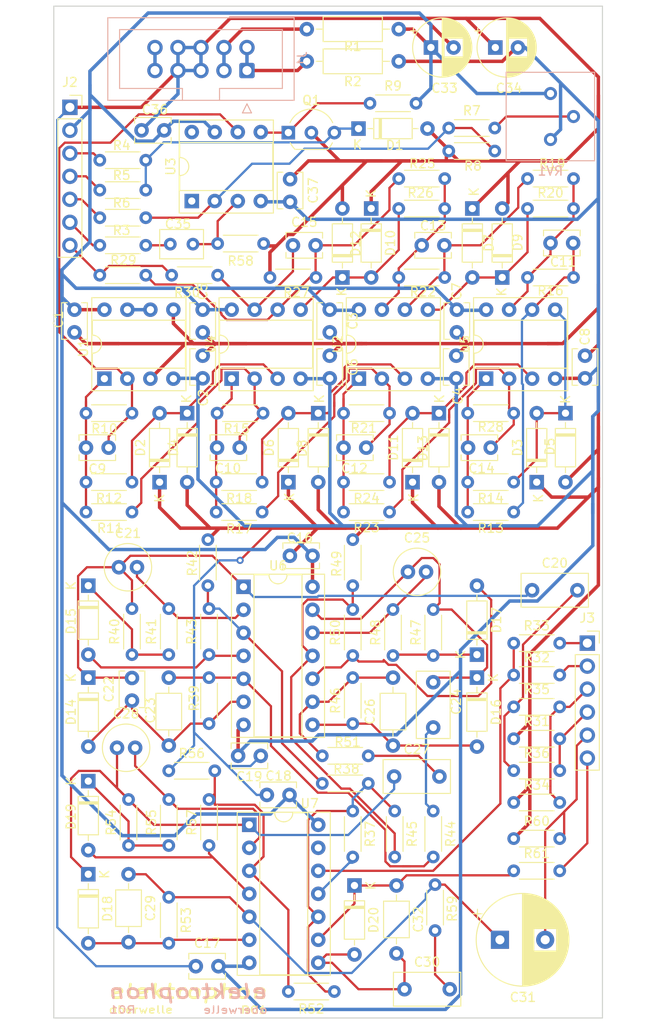
<source format=kicad_pcb>
(kicad_pcb (version 20171130) (host pcbnew 5.1.8-db9833491~88~ubuntu20.04.1)
  (title_block (title oberwelle) (date 2020-11-29) (rev 01) (comment 1 "PCB for main circuit") (comment 2 "wave folder") (comment 4 "License CC BY 4.0 - Attribution 4.0 International"))
  (layers (0 F.Cu signal) (31 B.Cu signal) (34 B.Paste user) (35 F.Paste user) (36 B.SilkS user) (37 F.SilkS user) (38 B.Mask user) (39 F.Mask user) (44 Edge.Cuts user))
  (net 0 "")
  (net 1 GND)
  (net 2 -15V)
  (net 3 +15V)
  (net 4 "Net-(D1-Pad1)")
  (net 5 +5V)
  (net 6 IN_2)
  (net 7 IN_1)
  (net 8 "Net-(C15-Pad2)")
  (net 9 "Net-(C11-Pad2)")
  (net 10 "Net-(C15-Pad1)")
  (net 11 "Net-(C24-Pad2)")
  (net 12 "Net-(D3-Pad2)")
  (net 13 "Net-(D7-Pad2)")
  (net 14 CV)
  (net 15 VP)
  (net 16 VN)
  (net 17 "Net-(D2-Pad2)")
  (net 18 "Net-(D6-Pad2)")
  (net 19 "Net-(D10-Pad2)")
  (net 20 "Net-(D11-Pad2)")
  (net 21 "Net-(C22-Pad1)")
  (net 22 "Net-(C20-Pad1)")
  (net 23 "Net-(D15-Pad2)")
  (net 24 "Net-(D15-Pad1)")
  (net 25 "Net-(C26-Pad2)")
  (net 26 "Net-(C24-Pad1)")
  (net 27 "Net-(D17-Pad2)")
  (net 28 "Net-(D17-Pad1)")
  (net 29 "Net-(C29-Pad2)")
  (net 30 "Net-(C27-Pad1)")
  (net 31 "Net-(D19-Pad2)")
  (net 32 "Net-(D19-Pad1)")
  (net 33 "Net-(Q1-Pad1)")
  (net 34 "Net-(C9-Pad2)")
  (net 35 "Net-(C9-Pad1)")
  (net 36 "Net-(C10-Pad2)")
  (net 37 "Net-(C10-Pad1)")
  (net 38 "Net-(C11-Pad1)")
  (net 39 "Net-(C12-Pad2)")
  (net 40 "Net-(C12-Pad1)")
  (net 41 "Net-(C13-Pad2)")
  (net 42 "Net-(C13-Pad1)")
  (net 43 "Net-(C14-Pad2)")
  (net 44 "Net-(C14-Pad1)")
  (net 45 "Net-(C20-Pad2)")
  (net 46 "Net-(C21-Pad2)")
  (net 47 "Net-(C23-Pad1)")
  (net 48 "Net-(C25-Pad2)")
  (net 49 "Net-(C26-Pad1)")
  (net 50 "Net-(C27-Pad2)")
  (net 51 "Net-(C28-Pad2)")
  (net 52 "Net-(C29-Pad1)")
  (net 53 "Net-(C30-Pad1)")
  (net 54 OUT_1)
  (net 55 "Net-(C32-Pad1)")
  (net 56 CV_INITIAL)
  (net 57 OUT_2)
  (net 58 "Net-(R6-Pad1)")
  (net 59 "Net-(R7-Pad2)")
  (net 60 "Net-(R32-Pad1)")
  (net 61 "Net-(R37-Pad2)")
  (net 62 "Net-(R37-Pad1)")
  (net 63 "Net-(R38-Pad2)")
  (net 64 "Net-(R45-Pad2)")
  (net 65 "Net-(R52-Pad2)")
  (net 66 "Net-(U1-Pad6)")
  (net 67 "Net-(U7-Pad13)")
  (net 68 M_OUT)
  (net 69 M_IN_1)
  (net 70 M_IN_2)
  (net 71 M_CV_INITIAL)
  (net 72 M_CV)
  (net 73 "Net-(C30-Pad2)")
  (net 74 "Net-(C35-Pad2)")
  (net 75 "Net-(C35-Pad1)")
  (net 76 "Net-(U3-Pad8)")
  (net 77 "Net-(U3-Pad1)")
  (module Package_TO_SOT_THT:TO-92_Inline_Wide (layer F.Cu) (at 51.308 39.37)
    (fp_text reference Q1 (at 2.54 -3.56) (layer F.SilkS))
    (fp_text value BC557)
    (pad 1 thru_hole rect (at 0 0) (size 1.5 1.5) (drill 0.8) (layers *.Cu *.Mask) (net 33 "Net-(Q1-Pad1)"))
    (pad 3 thru_hole circle (at 5.08 0) (size 1.5 1.5) (drill 0.8) (layers *.Cu *.Mask) (net 4 "Net-(D1-Pad1)"))
    (pad 2 thru_hole circle (at 2.54 0) (size 1.5 1.5) (drill 0.8) (layers *.Cu *.Mask) (net 1 GND))
  )
  (module Capacitor_THT:C_Radial_D5.0mm_H11.0mm_P2.00mm (layer F.Cu) (at 32.385 107.315)
    (fp_text reference C28 (at 1 -3.75) (layer F.SilkS))
    (fp_text value "1u (BP)")
    (pad 2 thru_hole circle (at 2 0) (size 1.6 1.6) (drill 0.8) (layers *.Cu *.Mask) (net 51 "Net-(C28-Pad2)"))
    (pad 1 thru_hole circle (at 0 0) (size 1.6 1.6) (drill 0.8) (layers *.Cu *.Mask) (net 30 "Net-(C27-Pad1)"))
  )
  (module Capacitor_THT:C_Radial_D5.0mm_H11.0mm_P2.00mm (layer F.Cu) (at 64.516 87.884)
    (fp_text reference C25 (at 1 -3.75) (layer F.SilkS))
    (fp_text value "1u (BP)")
    (pad 2 thru_hole circle (at 2 0) (size 1.6 1.6) (drill 0.8) (layers *.Cu *.Mask) (net 48 "Net-(C25-Pad2)"))
    (pad 1 thru_hole circle (at 0 0) (size 1.6 1.6) (drill 0.8) (layers *.Cu *.Mask) (net 26 "Net-(C24-Pad1)"))
  )
  (module Capacitor_THT:C_Radial_D5.0mm_H11.0mm_P2.00mm (layer F.Cu) (at 32.588475 87.376)
    (fp_text reference C21 (at 1 -3.75) (layer F.SilkS))
    (fp_text value "1u (BP)")
    (pad 2 thru_hole circle (at 2 0) (size 1.6 1.6) (drill 0.8) (layers *.Cu *.Mask) (net 46 "Net-(C21-Pad2)"))
    (pad 1 thru_hole circle (at 0 0) (size 1.6 1.6) (drill 0.8) (layers *.Cu *.Mask) (net 22 "Net-(C20-Pad1)"))
  )
  (module Capacitor_THT:C_Axial_L3.8mm_D2.6mm_P7.50mm_Horizontal (layer F.Cu) (at 63.246 122.528 270)
    (fp_text reference C32 (at 3.75 -2.42 90) (layer F.SilkS))
    (fp_text value 30p)
    (pad 2 thru_hole oval (at 7.5 0 270) (size 1.6 1.6) (drill 0.8) (layers *.Cu *.Mask) (net 53 "Net-(C30-Pad1)"))
    (pad 1 thru_hole circle (at 0 0 270) (size 1.6 1.6) (drill 0.8) (layers *.Cu *.Mask) (net 55 "Net-(C32-Pad1)"))
  )
  (module Diode_THT:D_DO-35_SOD27_P7.62mm_Horizontal (layer F.Cu) (at 58.6105 122.528 270)
    (fp_text reference D20 (at 3.81 -2.12 90) (layer F.SilkS))
    (fp_text value 4.3V/400mW)
    (fp_text user K (at 0 -1.8 90) (layer F.SilkS))
    (pad 2 thru_hole oval (at 7.62 0 270) (size 1.6 1.6) (drill 0.8) (layers *.Cu *.Mask) (net 53 "Net-(C30-Pad1)"))
    (pad 1 thru_hole rect (at 0 0 270) (size 1.6 1.6) (drill 0.8) (layers *.Cu *.Mask) (net 55 "Net-(C32-Pad1)"))
  )
  (module Connector_PinSocket_2.54mm:PinSocket_1x07_P2.54mm_Vertical (layer F.Cu) (at 27.178 36.576)
    (fp_text reference J2 (at 0 -2.77) (layer F.SilkS))
    (fp_text value Conn_01x07_Female)
    (pad 7 thru_hole oval (at 0 15.24) (size 1.7 1.7) (drill 1) (layers *.Cu *.Mask) (net 68 M_OUT))
    (pad 6 thru_hole oval (at 0 12.7) (size 1.7 1.7) (drill 1) (layers *.Cu *.Mask) (net 69 M_IN_1))
    (pad 5 thru_hole oval (at 0 10.16) (size 1.7 1.7) (drill 1) (layers *.Cu *.Mask) (net 70 M_IN_2))
    (pad 4 thru_hole oval (at 0 7.62) (size 1.7 1.7) (drill 1) (layers *.Cu *.Mask) (net 72 M_CV))
    (pad 3 thru_hole oval (at 0 5.08) (size 1.7 1.7) (drill 1) (layers *.Cu *.Mask) (net 71 M_CV_INITIAL))
    (pad 2 thru_hole oval (at 0 2.54) (size 1.7 1.7) (drill 1) (layers *.Cu *.Mask) (net 3 +15V))
    (pad 1 thru_hole rect (at 0 0) (size 1.7 1.7) (drill 1) (layers *.Cu *.Mask) (net 1 GND))
  )
  (module Capacitor_THT:C_Disc_D3.8mm_W2.6mm_P2.50mm (layer F.Cu) (at 51.4985 44.5135 270)
    (fp_text reference C37 (at 1.25 -2.55 90) (layer F.SilkS))
    (fp_text value 0.1u)
    (pad 2 thru_hole circle (at 2.5 0 270) (size 1.6 1.6) (drill 0.8) (layers *.Cu *.Mask) (net 2 -15V))
    (pad 1 thru_hole circle (at 0 0 270) (size 1.6 1.6) (drill 0.8) (layers *.Cu *.Mask) (net 1 GND))
  )
  (module Capacitor_THT:C_Disc_D3.8mm_W2.6mm_P2.50mm (layer F.Cu) (at 37.592 39.116 180)
    (fp_text reference C36 (at 1.016 2.286) (layer F.SilkS))
    (fp_text value 0.1u)
    (pad 2 thru_hole circle (at 2.5 0 180) (size 1.6 1.6) (drill 0.8) (layers *.Cu *.Mask) (net 1 GND))
    (pad 1 thru_hole circle (at 0 0 180) (size 1.6 1.6) (drill 0.8) (layers *.Cu *.Mask) (net 3 +15V))
  )
  (module Capacitor_THT:C_Rect_L4.6mm_W3.0mm_P2.50mm_MKS02_FKP02 (layer F.Cu) (at 40.767 51.689 180)
    (fp_text reference C35 (at 1.651 2.2225) (layer F.SilkS))
    (fp_text value 220n)
    (pad 2 thru_hole circle (at 2.5 0 180) (size 1.4 1.4) (drill 0.7) (layers *.Cu *.Mask) (net 74 "Net-(C35-Pad2)"))
    (pad 1 thru_hole circle (at 0 0 180) (size 1.4 1.4) (drill 0.7) (layers *.Cu *.Mask) (net 75 "Net-(C35-Pad1)"))
  )
  (module Package_DIP:DIP-8_W7.62mm_Socket (layer F.Cu) (at 40.64 46.9265 90)
    (fp_text reference U3 (at 3.81 -2.33 90) (layer F.SilkS))
    (fp_text value CA3080)
    (pad 8 thru_hole oval (at 7.62 0 90) (size 1.6 1.6) (drill 0.8) (layers *.Cu *.Mask) (net 76 "Net-(U3-Pad8)"))
    (pad 4 thru_hole oval (at 0 7.62 90) (size 1.6 1.6) (drill 0.8) (layers *.Cu *.Mask) (net 2 -15V))
    (pad 7 thru_hole oval (at 7.62 2.54 90) (size 1.6 1.6) (drill 0.8) (layers *.Cu *.Mask) (net 3 +15V))
    (pad 3 thru_hole oval (at 0 5.08 90) (size 1.6 1.6) (drill 0.8) (layers *.Cu *.Mask) (net 75 "Net-(C35-Pad1)"))
    (pad 6 thru_hole oval (at 7.62 5.08 90) (size 1.6 1.6) (drill 0.8) (layers *.Cu *.Mask) (net 34 "Net-(C9-Pad2)"))
    (pad 2 thru_hole oval (at 0 2.54 90) (size 1.6 1.6) (drill 0.8) (layers *.Cu *.Mask) (net 58 "Net-(R6-Pad1)"))
    (pad 5 thru_hole oval (at 7.62 7.62 90) (size 1.6 1.6) (drill 0.8) (layers *.Cu *.Mask) (net 33 "Net-(Q1-Pad1)"))
    (pad 1 thru_hole rect (at 0 0 90) (size 1.6 1.6) (drill 0.8) (layers *.Cu *.Mask) (net 77 "Net-(U3-Pad1)"))
  )
  (module Capacitor_THT:C_Disc_D3.8mm_W2.6mm_P2.50mm (layer F.Cu) (at 48.26 108.204 180)
    (fp_text reference C19 (at 1.27 -2.286) (layer F.SilkS))
    (fp_text value 0.1u)
    (pad 2 thru_hole circle (at 2.5 0 180) (size 1.6 1.6) (drill 0.8) (layers *.Cu *.Mask) (net 2 -15V))
    (pad 1 thru_hole circle (at 0 0 180) (size 1.6 1.6) (drill 0.8) (layers *.Cu *.Mask) (net 1 GND))
  )
  (module Capacitor_THT:C_Disc_D3.8mm_W2.6mm_P2.50mm (layer F.Cu) (at 51.435 112.522 180)
    (fp_text reference C18 (at 1.2065 2.0955) (layer F.SilkS))
    (fp_text value 0.1u)
    (pad 2 thru_hole circle (at 2.5 0 180) (size 1.6 1.6) (drill 0.8) (layers *.Cu *.Mask) (net 1 GND))
    (pad 1 thru_hole circle (at 0 0 180) (size 1.6 1.6) (drill 0.8) (layers *.Cu *.Mask) (net 3 +15V))
  )
  (module Capacitor_THT:C_Disc_D3.8mm_W2.6mm_P2.50mm (layer F.Cu) (at 41.0845 131.445)
    (fp_text reference C17 (at 1.25 -2.55) (layer F.SilkS))
    (fp_text value 0.1u)
    (pad 2 thru_hole circle (at 2.5 0) (size 1.6 1.6) (drill 0.8) (layers *.Cu *.Mask) (net 2 -15V))
    (pad 1 thru_hole circle (at 0 0) (size 1.6 1.6) (drill 0.8) (layers *.Cu *.Mask) (net 1 GND))
  )
  (module Capacitor_THT:C_Disc_D3.8mm_W2.6mm_P2.50mm (layer F.Cu) (at 53.975 86.106 180)
    (fp_text reference C16 (at 1.397 1.9685) (layer F.SilkS))
    (fp_text value 0.1u)
    (pad 2 thru_hole circle (at 2.5 0 180) (size 1.6 1.6) (drill 0.8) (layers *.Cu *.Mask) (net 1 GND))
    (pad 1 thru_hole circle (at 0 0 180) (size 1.6 1.6) (drill 0.8) (layers *.Cu *.Mask) (net 3 +15V))
  )
  (module Capacitor_THT:C_Disc_D3.8mm_W2.6mm_P2.50mm (layer F.Cu) (at 84.074 64.008 270)
    (fp_text reference C8 (at -2.0955 0 270) (layer F.SilkS))
    (fp_text value 0.1u)
    (pad 2 thru_hole circle (at 2.5 0 270) (size 1.6 1.6) (drill 0.8) (layers *.Cu *.Mask) (net 2 -15V))
    (pad 1 thru_hole circle (at 0 0 270) (size 1.6 1.6) (drill 0.8) (layers *.Cu *.Mask) (net 1 GND))
  )
  (module Capacitor_THT:C_Disc_D3.8mm_W2.6mm_P2.50mm (layer F.Cu) (at 69.9135 58.928 270)
    (fp_text reference C7 (at -2.032 0 270) (layer F.SilkS))
    (fp_text value 0.1u)
    (pad 2 thru_hole circle (at 2.5 0 270) (size 1.6 1.6) (drill 0.8) (layers *.Cu *.Mask) (net 1 GND))
    (pad 1 thru_hole circle (at 0 0 270) (size 1.6 1.6) (drill 0.8) (layers *.Cu *.Mask) (net 3 +15V))
  )
  (module Capacitor_THT:C_Disc_D3.8mm_W2.6mm_P2.50mm (layer F.Cu) (at 55.88 64.008 270)
    (fp_text reference C6 (at 1.25 -2.55 270) (layer F.SilkS))
    (fp_text value 0.1u)
    (pad 2 thru_hole circle (at 2.5 0 270) (size 1.6 1.6) (drill 0.8) (layers *.Cu *.Mask) (net 2 -15V))
    (pad 1 thru_hole circle (at 0 0 270) (size 1.6 1.6) (drill 0.8) (layers *.Cu *.Mask) (net 1 GND))
  )
  (module Capacitor_THT:C_Disc_D3.8mm_W2.6mm_P2.50mm (layer F.Cu) (at 41.8465 58.928 270)
    (fp_text reference C5 (at -2.032 0 270) (layer F.SilkS))
    (fp_text value 0.1u)
    (pad 2 thru_hole circle (at 2.5 0 270) (size 1.6 1.6) (drill 0.8) (layers *.Cu *.Mask) (net 1 GND))
    (pad 1 thru_hole circle (at 0 0 270) (size 1.6 1.6) (drill 0.8) (layers *.Cu *.Mask) (net 3 +15V))
  )
  (module Capacitor_THT:C_Disc_D3.8mm_W2.6mm_P2.50mm (layer F.Cu) (at 69.85 64.008 270)
    (fp_text reference C4 (at 4.445 -0.1905 270) (layer F.SilkS))
    (fp_text value 0.1u)
    (pad 2 thru_hole circle (at 2.5 0 270) (size 1.6 1.6) (drill 0.8) (layers *.Cu *.Mask) (net 2 -15V))
    (pad 1 thru_hole circle (at 0 0 270) (size 1.6 1.6) (drill 0.8) (layers *.Cu *.Mask) (net 1 GND))
  )
  (module Capacitor_THT:C_Disc_D3.8mm_W2.6mm_P2.50mm (layer F.Cu) (at 55.88 58.928 270)
    (fp_text reference C3 (at 1.25 -2.55 270) (layer F.SilkS))
    (fp_text value 0.1u)
    (pad 2 thru_hole circle (at 2.5 0 270) (size 1.6 1.6) (drill 0.8) (layers *.Cu *.Mask) (net 1 GND))
    (pad 1 thru_hole circle (at 0 0 270) (size 1.6 1.6) (drill 0.8) (layers *.Cu *.Mask) (net 3 +15V))
  )
  (module Capacitor_THT:C_Disc_D3.8mm_W2.6mm_P2.50mm (layer F.Cu) (at 41.8465 64.008 270)
    (fp_text reference C2 (at 4.6355 -0.0635 270) (layer F.SilkS))
    (fp_text value 0.1u)
    (pad 2 thru_hole circle (at 2.5 0 270) (size 1.6 1.6) (drill 0.8) (layers *.Cu *.Mask) (net 2 -15V))
    (pad 1 thru_hole circle (at 0 0 270) (size 1.6 1.6) (drill 0.8) (layers *.Cu *.Mask) (net 1 GND))
  )
  (module Capacitor_THT:C_Disc_D3.8mm_W2.6mm_P2.50mm (layer F.Cu) (at 27.686 58.928 270)
    (fp_text reference C1 (at 1.0795 1.778 270) (layer F.SilkS))
    (fp_text value 0.1u)
    (pad 2 thru_hole circle (at 2.5 0 270) (size 1.6 1.6) (drill 0.8) (layers *.Cu *.Mask) (net 1 GND))
    (pad 1 thru_hole circle (at 0 0 270) (size 1.6 1.6) (drill 0.8) (layers *.Cu *.Mask) (net 3 +15V))
  )
  (module Resistor_THT:R_Axial_DIN0204_L3.6mm_D1.6mm_P5.08mm_Horizontal (layer F.Cu) (at 48.5775 51.6255 180)
    (fp_text reference R58 (at 2.54 -1.92) (layer F.SilkS))
    (fp_text value 1.5k)
    (pad 2 thru_hole oval (at 5.08 0 180) (size 1.4 1.4) (drill 0.7) (layers *.Cu *.Mask) (net 75 "Net-(C35-Pad1)"))
    (pad 1 thru_hole circle (at 0 0 180) (size 1.4 1.4) (drill 0.7) (layers *.Cu *.Mask) (net 1 GND))
  )
  (module Resistor_THT:R_Axial_DIN0207_L6.3mm_D2.5mm_P10.16mm_Horizontal (layer F.Cu) (at 63.5 31.496 180)
    (fp_text reference R2 (at 5.08 -2.2225) (layer F.SilkS))
    (fp_text value 10)
    (pad 2 thru_hole oval (at 10.16 0 180) (size 1.6 1.6) (drill 0.8) (layers *.Cu *.Mask) (net 16 VN))
    (pad 1 thru_hole circle (at 0 0 180) (size 1.6 1.6) (drill 0.8) (layers *.Cu *.Mask) (net 2 -15V))
  )
  (module Resistor_THT:R_Axial_DIN0207_L6.3mm_D2.5mm_P10.16mm_Horizontal (layer F.Cu) (at 63.5 27.94 180)
    (fp_text reference R1 (at 5.08 -1.905) (layer F.SilkS))
    (fp_text value 10)
    (pad 2 thru_hole oval (at 10.16 0 180) (size 1.6 1.6) (drill 0.8) (layers *.Cu *.Mask) (net 15 VP))
    (pad 1 thru_hole circle (at 0 0 180) (size 1.6 1.6) (drill 0.8) (layers *.Cu *.Mask) (net 3 +15V))
  )
  (module Capacitor_THT:CP_Radial_D6.3mm_P2.50mm (layer F.Cu) (at 74.168 29.972)
    (fp_text reference C34 (at 1.504 4.49) (layer F.SilkS))
    (fp_text value 22u)
    (pad 2 thru_hole circle (at 2.5 0) (size 1.6 1.6) (drill 0.8) (layers *.Cu *.Mask) (net 2 -15V))
    (pad 1 thru_hole rect (at 0 0) (size 1.6 1.6) (drill 0.8) (layers *.Cu *.Mask) (net 1 GND))
  )
  (module Capacitor_THT:CP_Radial_D6.3mm_P2.50mm (layer F.Cu) (at 67.056 29.972)
    (fp_text reference C33 (at 1.504 4.49) (layer F.SilkS))
    (fp_text value 22u)
    (pad 2 thru_hole circle (at 2.5 0) (size 1.6 1.6) (drill 0.8) (layers *.Cu *.Mask) (net 1 GND))
    (pad 1 thru_hole rect (at 0 0) (size 1.6 1.6) (drill 0.8) (layers *.Cu *.Mask) (net 3 +15V))
  )
  (module Capacitor_THT:C_Axial_L3.8mm_D2.6mm_P7.50mm_Horizontal (layer F.Cu) (at 33.655 121.285 270)
    (fp_text reference C29 (at 3.75 -2.42 90) (layer F.SilkS))
    (fp_text value 30p)
    (pad 2 thru_hole oval (at 7.5 0 270) (size 1.6 1.6) (drill 0.8) (layers *.Cu *.Mask) (net 29 "Net-(C29-Pad2)"))
    (pad 1 thru_hole circle (at 0 0 270) (size 1.6 1.6) (drill 0.8) (layers *.Cu *.Mask) (net 52 "Net-(C29-Pad1)"))
  )
  (module Capacitor_THT:C_Axial_L3.8mm_D2.6mm_P7.50mm_Horizontal (layer F.Cu) (at 62.865 99.568 270)
    (fp_text reference C26 (at 3.75 2.54 90) (layer F.SilkS))
    (fp_text value 30p)
    (pad 2 thru_hole oval (at 7.5 0 270) (size 1.6 1.6) (drill 0.8) (layers *.Cu *.Mask) (net 25 "Net-(C26-Pad2)"))
    (pad 1 thru_hole circle (at 0 0 270) (size 1.6 1.6) (drill 0.8) (layers *.Cu *.Mask) (net 49 "Net-(C26-Pad1)"))
  )
  (module Capacitor_THT:C_Axial_L3.8mm_D2.6mm_P7.50mm_Horizontal (layer F.Cu) (at 38.1 99.568 270)
    (fp_text reference C23 (at 3.6195 2.032 90) (layer F.SilkS))
    (fp_text value 30p)
    (pad 2 thru_hole oval (at 7.5 0 270) (size 1.6 1.6) (drill 0.8) (layers *.Cu *.Mask) (net 21 "Net-(C22-Pad1)"))
    (pad 1 thru_hole circle (at 0 0 270) (size 1.6 1.6) (drill 0.8) (layers *.Cu *.Mask) (net 47 "Net-(C23-Pad1)"))
  )
  (module Diode_THT:D_DO-35_SOD27_P7.62mm_Horizontal (layer F.Cu) (at 59.055 38.9255)
    (fp_text reference D1 (at 4.0005 1.8415) (layer F.SilkS))
    (fp_text value 1N4148)
    (fp_text user K (at -0.127 1.778) (layer F.SilkS))
    (pad 2 thru_hole oval (at 7.62 0) (size 1.6 1.6) (drill 0.8) (layers *.Cu *.Mask) (net 1 GND))
    (pad 1 thru_hole rect (at 0 0) (size 1.6 1.6) (drill 0.8) (layers *.Cu *.Mask) (net 4 "Net-(D1-Pad1)"))
  )
  (module Capacitor_THT:CP_Radial_D10.0mm_P5.00mm (layer F.Cu) (at 74.676 128.524)
    (fp_text reference C31 (at 2.54 6.35) (layer F.SilkS))
    (fp_text value "47u (BP)")
    (pad 2 thru_hole circle (at 5 0) (size 2 2) (drill 1) (layers *.Cu *.Mask) (net 54 OUT_1))
    (pad 1 thru_hole rect (at 0 0) (size 2 2) (drill 1) (layers *.Cu *.Mask) (net 52 "Net-(C29-Pad1)"))
  )
  (module Capacitor_THT:C_Rect_L7.2mm_W3.5mm_P5.00mm_FKS2_FKP2_MKS2_MKP2 (layer F.Cu) (at 64.135 133.985)
    (fp_text reference C30 (at 2.5 -3) (layer F.SilkS))
    (fp_text value 47n)
    (pad 2 thru_hole circle (at 5 0) (size 1.6 1.6) (drill 0.8) (layers *.Cu *.Mask) (net 73 "Net-(C30-Pad2)"))
    (pad 1 thru_hole circle (at 0 0) (size 1.6 1.6) (drill 0.8) (layers *.Cu *.Mask) (net 53 "Net-(C30-Pad1)"))
  )
  (module Capacitor_THT:C_Rect_L7.2mm_W3.5mm_P5.00mm_FKS2_FKP2_MKS2_MKP2 (layer F.Cu) (at 62.992 110.49)
    (fp_text reference C27 (at 2.5 -3) (layer F.SilkS))
    (fp_text value 47n)
    (pad 2 thru_hole circle (at 5 0) (size 1.6 1.6) (drill 0.8) (layers *.Cu *.Mask) (net 50 "Net-(C27-Pad2)"))
    (pad 1 thru_hole circle (at 0 0) (size 1.6 1.6) (drill 0.8) (layers *.Cu *.Mask) (net 30 "Net-(C27-Pad1)"))
  )
  (module Capacitor_THT:C_Rect_L7.2mm_W3.5mm_P5.00mm_FKS2_FKP2_MKS2_MKP2 (layer F.Cu) (at 67.31 100.076 270)
    (fp_text reference C24 (at 2.159 -2.54 90) (layer F.SilkS))
    (fp_text value 47n)
    (pad 2 thru_hole circle (at 5 0 270) (size 1.6 1.6) (drill 0.8) (layers *.Cu *.Mask) (net 11 "Net-(C24-Pad2)"))
    (pad 1 thru_hole circle (at 0 0 270) (size 1.6 1.6) (drill 0.8) (layers *.Cu *.Mask) (net 26 "Net-(C24-Pad1)"))
  )
  (module Capacitor_THT:C_Rect_L7.2mm_W3.5mm_P5.00mm_FKS2_FKP2_MKS2_MKP2 (layer F.Cu) (at 78.232 89.916)
    (fp_text reference C20 (at 2.5 -3) (layer F.SilkS))
    (fp_text value 47n)
    (pad 2 thru_hole circle (at 5 0) (size 1.6 1.6) (drill 0.8) (layers *.Cu *.Mask) (net 45 "Net-(C20-Pad2)"))
    (pad 1 thru_hole circle (at 0 0) (size 1.6 1.6) (drill 0.8) (layers *.Cu *.Mask) (net 22 "Net-(C20-Pad1)"))
  )
  (module Diode_THT:D_DO-35_SOD27_P7.62mm_Horizontal (layer F.Cu) (at 57.277 55.372 90)
    (fp_text reference D12 (at 3.7465 1.4605 90) (layer F.SilkS))
    (fp_text value 1N4148)
    (fp_text user K (at -1.5875 -0.0635 90) (layer F.SilkS))
    (pad 2 thru_hole oval (at 7.62 0 90) (size 1.6 1.6) (drill 0.8) (layers *.Cu *.Mask) (net 1 GND))
    (pad 1 thru_hole rect (at 0 0 90) (size 1.6 1.6) (drill 0.8) (layers *.Cu *.Mask) (net 19 "Net-(D10-Pad2)"))
  )
  (module Diode_THT:D_DO-35_SOD27_P7.62mm_Horizontal (layer F.Cu) (at 60.458 47.752 270)
    (fp_text reference D10 (at 3.81 -2.12 90) (layer F.SilkS))
    (fp_text value 1N4148)
    (fp_text user K (at -1.651 0.006 90) (layer F.SilkS))
    (pad 2 thru_hole oval (at 7.62 0 270) (size 1.6 1.6) (drill 0.8) (layers *.Cu *.Mask) (net 19 "Net-(D10-Pad2)"))
    (pad 1 thru_hole rect (at 0 0 270) (size 1.6 1.6) (drill 0.8) (layers *.Cu *.Mask) (net 1 GND))
  )
  (module Diode_THT:D_DO-35_SOD27_P7.62mm_Horizontal (layer F.Cu) (at 74.93 55.372 90)
    (fp_text reference D9 (at 3.8735 1.7145 90) (layer F.SilkS))
    (fp_text value 1N4148)
    (fp_text user K (at -1.5875 -0.0635 90) (layer F.SilkS))
    (pad 2 thru_hole oval (at 7.62 0 90) (size 1.6 1.6) (drill 0.8) (layers *.Cu *.Mask) (net 1 GND))
    (pad 1 thru_hole rect (at 0 0 90) (size 1.6 1.6) (drill 0.8) (layers *.Cu *.Mask) (net 13 "Net-(D7-Pad2)"))
  )
  (module Diode_THT:D_DO-35_SOD27_P7.62mm_Horizontal (layer F.Cu) (at 71.628 47.752 270)
    (fp_text reference D7 (at 3.81 -1.8415 90) (layer F.SilkS))
    (fp_text value 1N4148)
    (fp_text user K (at -1.8415 -0.1905 90) (layer F.SilkS))
    (pad 2 thru_hole oval (at 7.62 0 270) (size 1.6 1.6) (drill 0.8) (layers *.Cu *.Mask) (net 13 "Net-(D7-Pad2)"))
    (pad 1 thru_hole rect (at 0 0 270) (size 1.6 1.6) (drill 0.8) (layers *.Cu *.Mask) (net 1 GND))
  )
  (module Diode_THT:D_DO-35_SOD27_P7.62mm_Horizontal (layer F.Cu) (at 81.915 70.358 270)
    (fp_text reference D5 (at 3.683 1.7145 90) (layer F.SilkS))
    (fp_text value 1N4148)
    (fp_text user K (at -1.524 0 90) (layer F.SilkS))
    (pad 1 thru_hole rect (at 0 0 270) (size 1.6 1.6) (drill 0.8) (layers *.Cu *.Mask) (net 12 "Net-(D3-Pad2)"))
    (pad 2 thru_hole oval (at 7.62 0 270) (size 1.6 1.6) (drill 0.8) (layers *.Cu *.Mask) (net 1 GND))
  )
  (module Diode_THT:D_DO-35_SOD27_P7.62mm_Horizontal (layer F.Cu) (at 78.74 77.978 90)
    (fp_text reference D3 (at 3.81 -2.12 90) (layer F.SilkS))
    (fp_text value 1N4148)
    (fp_text user K (at -1.778 0.1905 90) (layer F.SilkS))
    (pad 1 thru_hole rect (at 0 0 90) (size 1.6 1.6) (drill 0.8) (layers *.Cu *.Mask) (net 1 GND))
    (pad 2 thru_hole oval (at 7.62 0 90) (size 1.6 1.6) (drill 0.8) (layers *.Cu *.Mask) (net 12 "Net-(D3-Pad2)"))
  )
  (module Diode_THT:D_DO-35_SOD27_P7.62mm_Horizontal (layer F.Cu) (at 67.945 70.358 270)
    (fp_text reference D13 (at 3.8735 1.778 90) (layer F.SilkS))
    (fp_text value 1N4148)
    (fp_text user K (at -1.5875 -0.0635 90) (layer F.SilkS))
    (pad 1 thru_hole rect (at 0 0 270) (size 1.6 1.6) (drill 0.8) (layers *.Cu *.Mask) (net 20 "Net-(D11-Pad2)"))
    (pad 2 thru_hole oval (at 7.62 0 270) (size 1.6 1.6) (drill 0.8) (layers *.Cu *.Mask) (net 1 GND))
  )
  (module Diode_THT:D_DO-35_SOD27_P7.62mm_Horizontal (layer F.Cu) (at 65.024 77.978 90)
    (fp_text reference D11 (at 3.81 -2.12 90) (layer F.SilkS))
    (fp_text value 1N4148)
    (fp_text user K (at -1.7145 0.127 90) (layer F.SilkS))
    (pad 1 thru_hole rect (at 0 0 90) (size 1.6 1.6) (drill 0.8) (layers *.Cu *.Mask) (net 1 GND))
    (pad 2 thru_hole oval (at 7.62 0 90) (size 1.6 1.6) (drill 0.8) (layers *.Cu *.Mask) (net 20 "Net-(D11-Pad2)"))
  )
  (module Capacitor_THT:C_Disc_D3.8mm_W2.6mm_P2.50mm (layer F.Cu) (at 34.036 102.108 90)
    (fp_text reference C22 (at 1.25 -2.55 90) (layer F.SilkS))
    (fp_text value 47p)
    (pad 2 thru_hole circle (at 2.5 0 90) (size 1.6 1.6) (drill 0.8) (layers *.Cu *.Mask) (net 22 "Net-(C20-Pad1)"))
    (pad 1 thru_hole circle (at 0 0 90) (size 1.6 1.6) (drill 0.8) (layers *.Cu *.Mask) (net 21 "Net-(C22-Pad1)"))
  )
  (module Diode_THT:D_DO-35_SOD27_P7.62mm_Horizontal (layer F.Cu) (at 54.61 70.358 270)
    (fp_text reference D8 (at 3.8735 1.778 90) (layer F.SilkS))
    (fp_text value 1N4148)
    (fp_text user K (at -1.5875 -0.127 90) (layer F.SilkS))
    (pad 1 thru_hole rect (at 0 0 270) (size 1.6 1.6) (drill 0.8) (layers *.Cu *.Mask) (net 18 "Net-(D6-Pad2)"))
    (pad 2 thru_hole oval (at 7.62 0 270) (size 1.6 1.6) (drill 0.8) (layers *.Cu *.Mask) (net 1 GND))
  )
  (module Diode_THT:D_DO-35_SOD27_P7.62mm_Horizontal (layer F.Cu) (at 51.308 77.978 90)
    (fp_text reference D6 (at 3.81 -2.12 90) (layer F.SilkS))
    (fp_text value 1N4148)
    (fp_text user K (at -1.651 0.127 90) (layer F.SilkS))
    (pad 1 thru_hole rect (at 0 0 90) (size 1.6 1.6) (drill 0.8) (layers *.Cu *.Mask) (net 1 GND))
    (pad 2 thru_hole oval (at 7.62 0 90) (size 1.6 1.6) (drill 0.8) (layers *.Cu *.Mask) (net 18 "Net-(D6-Pad2)"))
  )
  (module Diode_THT:D_DO-35_SOD27_P7.62mm_Horizontal (layer F.Cu) (at 40.132 70.358 270)
    (fp_text reference D4 (at 3.81 1.524 90) (layer F.SilkS))
    (fp_text value 1N4148)
    (fp_text user K (at -1.5875 0.0635 90) (layer F.SilkS))
    (pad 1 thru_hole rect (at 0 0 270) (size 1.6 1.6) (drill 0.8) (layers *.Cu *.Mask) (net 17 "Net-(D2-Pad2)"))
    (pad 2 thru_hole oval (at 7.62 0 270) (size 1.6 1.6) (drill 0.8) (layers *.Cu *.Mask) (net 1 GND))
  )
  (module Diode_THT:D_DO-35_SOD27_P7.62mm_Horizontal (layer F.Cu) (at 37.084 77.978 90)
    (fp_text reference D2 (at 3.81 -2.12 90) (layer F.SilkS))
    (fp_text value 1N4148)
    (fp_text user K (at -1.778 0 90) (layer F.SilkS))
    (pad 1 thru_hole rect (at 0 0 90) (size 1.6 1.6) (drill 0.8) (layers *.Cu *.Mask) (net 1 GND))
    (pad 2 thru_hole oval (at 7.62 0 90) (size 1.6 1.6) (drill 0.8) (layers *.Cu *.Mask) (net 17 "Net-(D2-Pad2)"))
  )
  (module Capacitor_THT:C_Disc_D3.8mm_W2.6mm_P2.50mm (layer F.Cu) (at 51.816 51.816)
    (fp_text reference C15 (at 1.25 -2.55) (layer F.SilkS))
    (fp_text value 47p)
    (pad 2 thru_hole circle (at 2.5 0) (size 1.6 1.6) (drill 0.8) (layers *.Cu *.Mask) (net 8 "Net-(C15-Pad2)"))
    (pad 1 thru_hole circle (at 0 0) (size 1.6 1.6) (drill 0.8) (layers *.Cu *.Mask) (net 10 "Net-(C15-Pad1)"))
  )
  (module Capacitor_THT:C_Disc_D3.8mm_W2.6mm_P2.50mm (layer F.Cu) (at 71.16 74.168)
    (fp_text reference C14 (at 1.484 2.286) (layer F.SilkS))
    (fp_text value 47p)
    (pad 2 thru_hole circle (at 2.5 0) (size 1.6 1.6) (drill 0.8) (layers *.Cu *.Mask) (net 43 "Net-(C14-Pad2)"))
    (pad 1 thru_hole circle (at 0 0) (size 1.6 1.6) (drill 0.8) (layers *.Cu *.Mask) (net 44 "Net-(C14-Pad1)"))
  )
  (module Capacitor_THT:C_Disc_D3.8mm_W2.6mm_P2.50mm (layer F.Cu) (at 66.04 51.816)
    (fp_text reference C13 (at 1.25 -2.159) (layer F.SilkS))
    (fp_text value 47p)
    (pad 2 thru_hole circle (at 2.5 0) (size 1.6 1.6) (drill 0.8) (layers *.Cu *.Mask) (net 41 "Net-(C13-Pad2)"))
    (pad 1 thru_hole circle (at 0 0) (size 1.6 1.6) (drill 0.8) (layers *.Cu *.Mask) (net 42 "Net-(C13-Pad1)"))
  )
  (module Capacitor_THT:C_Disc_D3.8mm_W2.6mm_P2.50mm (layer F.Cu) (at 57.404 74.168)
    (fp_text reference C12 (at 1.2065 2.286) (layer F.SilkS))
    (fp_text value 47p)
    (pad 2 thru_hole circle (at 2.5 0) (size 1.6 1.6) (drill 0.8) (layers *.Cu *.Mask) (net 39 "Net-(C12-Pad2)"))
    (pad 1 thru_hole circle (at 0 0) (size 1.6 1.6) (drill 0.8) (layers *.Cu *.Mask) (net 40 "Net-(C12-Pad1)"))
  )
  (module Capacitor_THT:C_Disc_D3.8mm_W2.6mm_P2.50mm (layer F.Cu) (at 80.264 51.562)
    (fp_text reference C11 (at 1.397 2.0955) (layer F.SilkS))
    (fp_text value 47p)
    (pad 2 thru_hole circle (at 2.5 0) (size 1.6 1.6) (drill 0.8) (layers *.Cu *.Mask) (net 9 "Net-(C11-Pad2)"))
    (pad 1 thru_hole circle (at 0 0) (size 1.6 1.6) (drill 0.8) (layers *.Cu *.Mask) (net 38 "Net-(C11-Pad1)"))
  )
  (module Capacitor_THT:C_Disc_D3.8mm_W2.6mm_P2.50mm (layer F.Cu) (at 43.434 74.168)
    (fp_text reference C10 (at 1.2065 2.286) (layer F.SilkS))
    (fp_text value 47p)
    (pad 2 thru_hole circle (at 2.5 0) (size 1.6 1.6) (drill 0.8) (layers *.Cu *.Mask) (net 36 "Net-(C10-Pad2)"))
    (pad 1 thru_hole circle (at 0 0) (size 1.6 1.6) (drill 0.8) (layers *.Cu *.Mask) (net 37 "Net-(C10-Pad1)"))
  )
  (module Capacitor_THT:C_Disc_D3.8mm_W2.6mm_P2.50mm (layer F.Cu) (at 28.956 74.165333)
    (fp_text reference C9 (at 1.25 2.352167) (layer F.SilkS))
    (fp_text value 150p)
    (pad 2 thru_hole circle (at 2.5 0) (size 1.6 1.6) (drill 0.8) (layers *.Cu *.Mask) (net 34 "Net-(C9-Pad2)"))
    (pad 1 thru_hole circle (at 0 0) (size 1.6 1.6) (drill 0.8) (layers *.Cu *.Mask) (net 35 "Net-(C9-Pad1)"))
  )
  (module Diode_THT:D_DO-35_SOD27_P7.62mm_Horizontal (layer F.Cu) (at 29.21 110.998 270)
    (fp_text reference D19 (at 3.937 1.905 90) (layer F.SilkS))
    (fp_text value 1N4148)
    (fp_text user K (at 0 1.905 90) (layer F.SilkS))
    (pad 2 thru_hole oval (at 7.62 0 270) (size 1.6 1.6) (drill 0.8) (layers *.Cu *.Mask) (net 31 "Net-(D19-Pad2)"))
    (pad 1 thru_hole rect (at 0 0 270) (size 1.6 1.6) (drill 0.8) (layers *.Cu *.Mask) (net 32 "Net-(D19-Pad1)"))
  )
  (module Diode_THT:D_DO-35_SOD27_P7.62mm_Horizontal (layer F.Cu) (at 29.21 121.285 270)
    (fp_text reference D18 (at 3.81 -2.12 90) (layer F.SilkS))
    (fp_text value 1N4148)
    (fp_text user K (at 0 -1.8 90) (layer F.SilkS))
    (pad 2 thru_hole oval (at 7.62 0 270) (size 1.6 1.6) (drill 0.8) (layers *.Cu *.Mask) (net 29 "Net-(C29-Pad2)"))
    (pad 1 thru_hole rect (at 0 0 270) (size 1.6 1.6) (drill 0.8) (layers *.Cu *.Mask) (net 30 "Net-(C27-Pad1)"))
  )
  (module Diode_THT:D_DO-35_SOD27_P7.62mm_Horizontal (layer F.Cu) (at 72.136 97.028 90)
    (fp_text reference D17 (at 3.81 2.159 90) (layer F.SilkS))
    (fp_text value 1N4148)
    (fp_text user K (at 0 -1.8 90) (layer F.SilkS))
    (pad 2 thru_hole oval (at 7.62 0 90) (size 1.6 1.6) (drill 0.8) (layers *.Cu *.Mask) (net 27 "Net-(D17-Pad2)"))
    (pad 1 thru_hole rect (at 0 0 90) (size 1.6 1.6) (drill 0.8) (layers *.Cu *.Mask) (net 28 "Net-(D17-Pad1)"))
  )
  (module Diode_THT:D_DO-35_SOD27_P7.62mm_Horizontal (layer F.Cu) (at 72.136 99.568 270)
    (fp_text reference D16 (at 3.81 -2.12 90) (layer F.SilkS))
    (fp_text value 1N4148)
    (fp_text user K (at 0 -1.8 90) (layer F.SilkS))
    (pad 2 thru_hole oval (at 7.62 0 270) (size 1.6 1.6) (drill 0.8) (layers *.Cu *.Mask) (net 25 "Net-(C26-Pad2)"))
    (pad 1 thru_hole rect (at 0 0 270) (size 1.6 1.6) (drill 0.8) (layers *.Cu *.Mask) (net 26 "Net-(C24-Pad1)"))
  )
  (module Diode_THT:D_DO-35_SOD27_P7.62mm_Horizontal (layer F.Cu) (at 29.21 89.408 270)
    (fp_text reference D15 (at 3.937 1.905 90) (layer F.SilkS))
    (fp_text value 1N4148)
    (fp_text user K (at 0 1.905 90) (layer F.SilkS))
    (pad 2 thru_hole oval (at 7.62 0 270) (size 1.6 1.6) (drill 0.8) (layers *.Cu *.Mask) (net 23 "Net-(D15-Pad2)"))
    (pad 1 thru_hole rect (at 0 0 270) (size 1.6 1.6) (drill 0.8) (layers *.Cu *.Mask) (net 24 "Net-(D15-Pad1)"))
  )
  (module Diode_THT:D_DO-35_SOD27_P7.62mm_Horizontal (layer F.Cu) (at 29.21 99.568 270)
    (fp_text reference D14 (at 3.81 1.905 90) (layer F.SilkS))
    (fp_text value 1N4148)
    (fp_text user K (at 0 1.905 90) (layer F.SilkS))
    (pad 2 thru_hole oval (at 7.62 0 270) (size 1.6 1.6) (drill 0.8) (layers *.Cu *.Mask) (net 21 "Net-(C22-Pad1)"))
    (pad 1 thru_hole rect (at 0 0 270) (size 1.6 1.6) (drill 0.8) (layers *.Cu *.Mask) (net 22 "Net-(C20-Pad1)"))
  )
  (module Package_DIP:DIP-14_W7.62mm_Socket (layer F.Cu) (at 46.99 115.824)
    (fp_text reference U7 (at 6.6675 -2.3495) (layer F.SilkS))
    (fp_text value LM3900)
    (pad 14 thru_hole oval (at 7.62 0) (size 1.6 1.6) (drill 0.8) (layers *.Cu *.Mask) (net 3 +15V))
    (pad 7 thru_hole oval (at 0 15.24) (size 1.6 1.6) (drill 0.8) (layers *.Cu *.Mask) (net 2 -15V))
    (pad 13 thru_hole oval (at 7.62 2.54) (size 1.6 1.6) (drill 0.8) (layers *.Cu *.Mask) (net 67 "Net-(U7-Pad13)"))
    (pad 6 thru_hole oval (at 0 12.7) (size 1.6 1.6) (drill 0.8) (layers *.Cu *.Mask) (net 29 "Net-(C29-Pad2)"))
    (pad 12 thru_hole oval (at 7.62 5.08) (size 1.6 1.6) (drill 0.8) (layers *.Cu *.Mask) (net 60 "Net-(R32-Pad1)"))
    (pad 5 thru_hole oval (at 0 10.16) (size 1.6 1.6) (drill 0.8) (layers *.Cu *.Mask) (net 52 "Net-(C29-Pad1)"))
    (pad 11 thru_hole oval (at 7.62 7.62) (size 1.6 1.6) (drill 0.8) (layers *.Cu *.Mask) (net 61 "Net-(R37-Pad2)"))
    (pad 4 thru_hole oval (at 0 7.62) (size 1.6 1.6) (drill 0.8) (layers *.Cu *.Mask) (net 31 "Net-(D19-Pad2)"))
    (pad 10 thru_hole oval (at 7.62 10.16) (size 1.6 1.6) (drill 0.8) (layers *.Cu *.Mask) (net 62 "Net-(R37-Pad1)"))
    (pad 3 thru_hole oval (at 0 5.08) (size 1.6 1.6) (drill 0.8) (layers *.Cu *.Mask) (net 65 "Net-(R52-Pad2)"))
    (pad 9 thru_hole oval (at 7.62 12.7) (size 1.6 1.6) (drill 0.8) (layers *.Cu *.Mask) (net 55 "Net-(C32-Pad1)"))
    (pad 2 thru_hole oval (at 0 2.54) (size 1.6 1.6) (drill 0.8) (layers *.Cu *.Mask) (net 51 "Net-(C28-Pad2)"))
    (pad 8 thru_hole oval (at 7.62 15.24) (size 1.6 1.6) (drill 0.8) (layers *.Cu *.Mask) (net 53 "Net-(C30-Pad1)"))
    (pad 1 thru_hole rect (at 0 0) (size 1.6 1.6) (drill 0.8) (layers *.Cu *.Mask) (net 30 "Net-(C27-Pad1)"))
  )
  (module Package_DIP:DIP-14_W7.62mm_Socket (layer F.Cu) (at 46.355 89.535)
    (fp_text reference U6 (at 3.81 -2.33) (layer F.SilkS))
    (fp_text value LM3900)
    (pad 14 thru_hole oval (at 7.62 0) (size 1.6 1.6) (drill 0.8) (layers *.Cu *.Mask) (net 3 +15V))
    (pad 7 thru_hole oval (at 0 15.24) (size 1.6 1.6) (drill 0.8) (layers *.Cu *.Mask) (net 2 -15V))
    (pad 13 thru_hole oval (at 7.62 2.54) (size 1.6 1.6) (drill 0.8) (layers *.Cu *.Mask) (net 26 "Net-(C24-Pad1)"))
    (pad 6 thru_hole oval (at 0 12.7) (size 1.6 1.6) (drill 0.8) (layers *.Cu *.Mask) (net 21 "Net-(C22-Pad1)"))
    (pad 12 thru_hole oval (at 7.62 5.08) (size 1.6 1.6) (drill 0.8) (layers *.Cu *.Mask) (net 48 "Net-(C25-Pad2)"))
    (pad 5 thru_hole oval (at 0 10.16) (size 1.6 1.6) (drill 0.8) (layers *.Cu *.Mask) (net 47 "Net-(C23-Pad1)"))
    (pad 11 thru_hole oval (at 7.62 7.62) (size 1.6 1.6) (drill 0.8) (layers *.Cu *.Mask) (net 64 "Net-(R45-Pad2)"))
    (pad 4 thru_hole oval (at 0 7.62) (size 1.6 1.6) (drill 0.8) (layers *.Cu *.Mask) (net 23 "Net-(D15-Pad2)"))
    (pad 10 thru_hole oval (at 7.62 10.16) (size 1.6 1.6) (drill 0.8) (layers *.Cu *.Mask) (net 27 "Net-(D17-Pad2)"))
    (pad 3 thru_hole oval (at 0 5.08) (size 1.6 1.6) (drill 0.8) (layers *.Cu *.Mask) (net 63 "Net-(R38-Pad2)"))
    (pad 9 thru_hole oval (at 7.62 12.7) (size 1.6 1.6) (drill 0.8) (layers *.Cu *.Mask) (net 49 "Net-(C26-Pad1)"))
    (pad 2 thru_hole oval (at 0 2.54) (size 1.6 1.6) (drill 0.8) (layers *.Cu *.Mask) (net 46 "Net-(C21-Pad2)"))
    (pad 8 thru_hole oval (at 7.62 15.24) (size 1.6 1.6) (drill 0.8) (layers *.Cu *.Mask) (net 25 "Net-(C26-Pad2)"))
    (pad 1 thru_hole rect (at 0 0) (size 1.6 1.6) (drill 0.8) (layers *.Cu *.Mask) (net 22 "Net-(C20-Pad1)"))
  )
  (module Package_DIP:DIP-8_W7.62mm_Socket (layer F.Cu) (at 73.152 66.548 90)
    (fp_text reference U5 (at 3.81 -2.33 90) (layer F.SilkS))
    (fp_text value TL072)
    (pad 8 thru_hole oval (at 7.62 0 90) (size 1.6 1.6) (drill 0.8) (layers *.Cu *.Mask) (net 3 +15V))
    (pad 4 thru_hole oval (at 0 7.62 90) (size 1.6 1.6) (drill 0.8) (layers *.Cu *.Mask) (net 2 -15V))
    (pad 7 thru_hole oval (at 7.62 2.54 90) (size 1.6 1.6) (drill 0.8) (layers *.Cu *.Mask) (net 38 "Net-(C11-Pad1)"))
    (pad 3 thru_hole oval (at 0 5.08 90) (size 1.6 1.6) (drill 0.8) (layers *.Cu *.Mask) (net 20 "Net-(D11-Pad2)"))
    (pad 6 thru_hole oval (at 7.62 5.08 90) (size 1.6 1.6) (drill 0.8) (layers *.Cu *.Mask) (net 9 "Net-(C11-Pad2)"))
    (pad 2 thru_hole oval (at 0 2.54 90) (size 1.6 1.6) (drill 0.8) (layers *.Cu *.Mask) (net 43 "Net-(C14-Pad2)"))
    (pad 5 thru_hole oval (at 7.62 7.62 90) (size 1.6 1.6) (drill 0.8) (layers *.Cu *.Mask) (net 12 "Net-(D3-Pad2)"))
    (pad 1 thru_hole rect (at 0 0 90) (size 1.6 1.6) (drill 0.8) (layers *.Cu *.Mask) (net 44 "Net-(C14-Pad1)"))
  )
  (module Package_DIP:DIP-8_W7.62mm_Socket (layer F.Cu) (at 45.042666 66.548 90)
    (fp_text reference U4 (at 3.81 -2.33 90) (layer F.SilkS))
    (fp_text value TL072)
    (pad 8 thru_hole oval (at 7.62 0 90) (size 1.6 1.6) (drill 0.8) (layers *.Cu *.Mask) (net 3 +15V))
    (pad 4 thru_hole oval (at 0 7.62 90) (size 1.6 1.6) (drill 0.8) (layers *.Cu *.Mask) (net 2 -15V))
    (pad 7 thru_hole oval (at 7.62 2.54 90) (size 1.6 1.6) (drill 0.8) (layers *.Cu *.Mask) (net 10 "Net-(C15-Pad1)"))
    (pad 3 thru_hole oval (at 0 5.08 90) (size 1.6 1.6) (drill 0.8) (layers *.Cu *.Mask) (net 17 "Net-(D2-Pad2)"))
    (pad 6 thru_hole oval (at 7.62 5.08 90) (size 1.6 1.6) (drill 0.8) (layers *.Cu *.Mask) (net 8 "Net-(C15-Pad2)"))
    (pad 2 thru_hole oval (at 0 2.54 90) (size 1.6 1.6) (drill 0.8) (layers *.Cu *.Mask) (net 36 "Net-(C10-Pad2)"))
    (pad 5 thru_hole oval (at 7.62 7.62 90) (size 1.6 1.6) (drill 0.8) (layers *.Cu *.Mask) (net 19 "Net-(D10-Pad2)"))
    (pad 1 thru_hole rect (at 0 0 90) (size 1.6 1.6) (drill 0.8) (layers *.Cu *.Mask) (net 37 "Net-(C10-Pad1)"))
  )
  (module Package_DIP:DIP-8_W7.62mm_Socket (layer F.Cu) (at 59.097332 66.548 90)
    (fp_text reference U2 (at 3.81 -2.33 90) (layer F.SilkS))
    (fp_text value TL072)
    (pad 8 thru_hole oval (at 7.62 0 90) (size 1.6 1.6) (drill 0.8) (layers *.Cu *.Mask) (net 3 +15V))
    (pad 4 thru_hole oval (at 0 7.62 90) (size 1.6 1.6) (drill 0.8) (layers *.Cu *.Mask) (net 2 -15V))
    (pad 7 thru_hole oval (at 7.62 2.54 90) (size 1.6 1.6) (drill 0.8) (layers *.Cu *.Mask) (net 42 "Net-(C13-Pad1)"))
    (pad 3 thru_hole oval (at 0 5.08 90) (size 1.6 1.6) (drill 0.8) (layers *.Cu *.Mask) (net 18 "Net-(D6-Pad2)"))
    (pad 6 thru_hole oval (at 7.62 5.08 90) (size 1.6 1.6) (drill 0.8) (layers *.Cu *.Mask) (net 41 "Net-(C13-Pad2)"))
    (pad 2 thru_hole oval (at 0 2.54 90) (size 1.6 1.6) (drill 0.8) (layers *.Cu *.Mask) (net 39 "Net-(C12-Pad2)"))
    (pad 5 thru_hole oval (at 7.62 7.62 90) (size 1.6 1.6) (drill 0.8) (layers *.Cu *.Mask) (net 13 "Net-(D7-Pad2)"))
    (pad 1 thru_hole rect (at 0 0 90) (size 1.6 1.6) (drill 0.8) (layers *.Cu *.Mask) (net 40 "Net-(C12-Pad1)"))
  )
  (module Package_DIP:DIP-8_W7.62mm_Socket (layer F.Cu) (at 30.988 66.548 90)
    (fp_text reference U1 (at 3.3655 -2.33 90) (layer F.SilkS))
    (fp_text value TL072)
    (pad 8 thru_hole oval (at 7.62 0 90) (size 1.6 1.6) (drill 0.8) (layers *.Cu *.Mask) (net 3 +15V))
    (pad 4 thru_hole oval (at 0 7.62 90) (size 1.6 1.6) (drill 0.8) (layers *.Cu *.Mask) (net 2 -15V))
    (pad 7 thru_hole oval (at 7.62 2.54 90) (size 1.6 1.6) (drill 0.8) (layers *.Cu *.Mask) (net 66 "Net-(U1-Pad6)"))
    (pad 3 thru_hole oval (at 0 5.08 90) (size 1.6 1.6) (drill 0.8) (layers *.Cu *.Mask) (net 1 GND))
    (pad 6 thru_hole oval (at 7.62 5.08 90) (size 1.6 1.6) (drill 0.8) (layers *.Cu *.Mask) (net 66 "Net-(U1-Pad6)"))
    (pad 2 thru_hole oval (at 0 2.54 90) (size 1.6 1.6) (drill 0.8) (layers *.Cu *.Mask) (net 34 "Net-(C9-Pad2)"))
    (pad 5 thru_hole oval (at 7.62 7.62 90) (size 1.6 1.6) (drill 0.8) (layers *.Cu *.Mask) (net 1 GND))
    (pad 1 thru_hole rect (at 0 0 90) (size 1.6 1.6) (drill 0.8) (layers *.Cu *.Mask) (net 35 "Net-(C9-Pad1)"))
  )
  (module Resistor_THT:R_Axial_DIN0204_L3.6mm_D1.6mm_P5.08mm_Horizontal (layer F.Cu) (at 76.2 120.904)
    (fp_text reference R61 (at 2.54 -1.92) (layer F.SilkS))
    (fp_text value 3.3k)
    (pad 2 thru_hole oval (at 5.08 0) (size 1.4 1.4) (drill 0.7) (layers *.Cu *.Mask) (net 57 OUT_2))
    (pad 1 thru_hole circle (at 0 0) (size 1.4 1.4) (drill 0.7) (layers *.Cu *.Mask) (net 55 "Net-(C32-Pad1)"))
  )
  (module Resistor_THT:R_Axial_DIN0204_L3.6mm_D1.6mm_P5.08mm_Horizontal (layer F.Cu) (at 76.2 117.348)
    (fp_text reference R60 (at 2.54 -1.92) (layer F.SilkS))
    (fp_text value 100k)
    (pad 2 thru_hole oval (at 5.08 0) (size 1.4 1.4) (drill 0.7) (layers *.Cu *.Mask) (net 54 OUT_1))
    (pad 1 thru_hole circle (at 0 0) (size 1.4 1.4) (drill 0.7) (layers *.Cu *.Mask) (net 1 GND))
  )
  (module Resistor_THT:R_Axial_DIN0204_L3.6mm_D1.6mm_P5.08mm_Horizontal (layer F.Cu) (at 67.51561 127.508 90)
    (fp_text reference R59 (at 2.413 1.88989 90) (layer F.SilkS))
    (fp_text value 100k)
    (pad 2 thru_hole oval (at 5.08 0 90) (size 1.4 1.4) (drill 0.7) (layers *.Cu *.Mask) (net 52 "Net-(C29-Pad1)"))
    (pad 1 thru_hole circle (at 0 0 90) (size 1.4 1.4) (drill 0.7) (layers *.Cu *.Mask) (net 73 "Net-(C30-Pad2)"))
  )
  (module Resistor_THT:R_Axial_DIN0204_L3.6mm_D1.6mm_P5.08mm_Horizontal (layer F.Cu) (at 42.545 118.11 90)
    (fp_text reference R57 (at 2.54 -1.92 90) (layer F.SilkS))
    (fp_text value 2.2meg)
    (pad 2 thru_hole oval (at 5.08 0 90) (size 1.4 1.4) (drill 0.7) (layers *.Cu *.Mask) (net 65 "Net-(R52-Pad2)"))
    (pad 1 thru_hole circle (at 0 0 90) (size 1.4 1.4) (drill 0.7) (layers *.Cu *.Mask) (net 31 "Net-(D19-Pad2)"))
  )
  (module Resistor_THT:R_Axial_DIN0204_L3.6mm_D1.6mm_P5.08mm_Horizontal (layer F.Cu) (at 38.1 109.855)
    (fp_text reference R56 (at 2.54 -1.92) (layer F.SilkS))
    (fp_text value 820k)
    (pad 2 thru_hole oval (at 5.08 0) (size 1.4 1.4) (drill 0.7) (layers *.Cu *.Mask) (net 65 "Net-(R52-Pad2)"))
    (pad 1 thru_hole circle (at 0 0) (size 1.4 1.4) (drill 0.7) (layers *.Cu *.Mask) (net 1 GND))
  )
  (module Resistor_THT:R_Axial_DIN0204_L3.6mm_D1.6mm_P5.08mm_Horizontal (layer F.Cu) (at 38.1 118.11 90)
    (fp_text reference R55 (at 2.54 -1.92 90) (layer F.SilkS))
    (fp_text value 10meg)
    (pad 2 thru_hole oval (at 5.08 0 90) (size 1.4 1.4) (drill 0.7) (layers *.Cu *.Mask) (net 51 "Net-(C28-Pad2)"))
    (pad 1 thru_hole circle (at 0 0 90) (size 1.4 1.4) (drill 0.7) (layers *.Cu *.Mask) (net 32 "Net-(D19-Pad1)"))
  )
  (module Resistor_THT:R_Axial_DIN0204_L3.6mm_D1.6mm_P5.08mm_Horizontal (layer F.Cu) (at 33.655 118.11 90)
    (fp_text reference R54 (at 2.54 -1.92 90) (layer F.SilkS))
    (fp_text value 10meg)
    (pad 2 thru_hole oval (at 5.08 0 90) (size 1.4 1.4) (drill 0.7) (layers *.Cu *.Mask) (net 30 "Net-(C27-Pad1)"))
    (pad 1 thru_hole circle (at 0 0 90) (size 1.4 1.4) (drill 0.7) (layers *.Cu *.Mask) (net 32 "Net-(D19-Pad1)"))
  )
  (module Resistor_THT:R_Axial_DIN0204_L3.6mm_D1.6mm_P5.08mm_Horizontal (layer F.Cu) (at 38.1 123.825 270)
    (fp_text reference R53 (at 2.54 -1.92 90) (layer F.SilkS))
    (fp_text value 2.2meg)
    (pad 2 thru_hole oval (at 5.08 0 270) (size 1.4 1.4) (drill 0.7) (layers *.Cu *.Mask) (net 29 "Net-(C29-Pad2)"))
    (pad 1 thru_hole circle (at 0 0 270) (size 1.4 1.4) (drill 0.7) (layers *.Cu *.Mask) (net 52 "Net-(C29-Pad1)"))
  )
  (module Resistor_THT:R_Axial_DIN0204_L3.6mm_D1.6mm_P5.08mm_Horizontal (layer F.Cu) (at 56.388 134.239 180)
    (fp_text reference R52 (at 2.54 -1.92) (layer F.SilkS))
    (fp_text value 470k)
    (pad 2 thru_hole oval (at 5.08 0 180) (size 1.4 1.4) (drill 0.7) (layers *.Cu *.Mask) (net 65 "Net-(R52-Pad2)"))
    (pad 1 thru_hole circle (at 0 0 180) (size 1.4 1.4) (drill 0.7) (layers *.Cu *.Mask) (net 62 "Net-(R37-Pad1)"))
  )
  (module Resistor_THT:R_Axial_DIN0204_L3.6mm_D1.6mm_P5.08mm_Horizontal (layer F.Cu) (at 60.1345 108.204 180)
    (fp_text reference R51 (at 2.286 1.524) (layer F.SilkS))
    (fp_text value 1meg)
    (pad 2 thru_hole oval (at 5.08 0 180) (size 1.4 1.4) (drill 0.7) (layers *.Cu *.Mask) (net 49 "Net-(C26-Pad1)"))
    (pad 1 thru_hole circle (at 0 0 180) (size 1.4 1.4) (drill 0.7) (layers *.Cu *.Mask) (net 50 "Net-(C27-Pad2)"))
  )
  (module Resistor_THT:R_Axial_DIN0204_L3.6mm_D1.6mm_P5.08mm_Horizontal (layer F.Cu) (at 58.42 97.128 90)
    (fp_text reference R50 (at 2.54 -1.92 90) (layer F.SilkS))
    (fp_text value 1.5meg)
    (pad 2 thru_hole oval (at 5.08 0 90) (size 1.4 1.4) (drill 0.7) (layers *.Cu *.Mask) (net 64 "Net-(R45-Pad2)"))
    (pad 1 thru_hole circle (at 0 0 90) (size 1.4 1.4) (drill 0.7) (layers *.Cu *.Mask) (net 27 "Net-(D17-Pad2)"))
  )
  (module Resistor_THT:R_Axial_DIN0204_L3.6mm_D1.6mm_P5.08mm_Horizontal (layer F.Cu) (at 58.42 84.328 270)
    (fp_text reference R49 (at 2.667 1.778 90) (layer F.SilkS))
    (fp_text value 820k)
    (pad 2 thru_hole oval (at 5.08 0 270) (size 1.4 1.4) (drill 0.7) (layers *.Cu *.Mask) (net 64 "Net-(R45-Pad2)"))
    (pad 1 thru_hole circle (at 0 0 270) (size 1.4 1.4) (drill 0.7) (layers *.Cu *.Mask) (net 1 GND))
  )
  (module Resistor_THT:R_Axial_DIN0204_L3.6mm_D1.6mm_P5.08mm_Horizontal (layer F.Cu) (at 62.865 97.128 90)
    (fp_text reference R48 (at 2.54 -1.92 90) (layer F.SilkS))
    (fp_text value 10meg)
    (pad 2 thru_hole oval (at 5.08 0 90) (size 1.4 1.4) (drill 0.7) (layers *.Cu *.Mask) (net 48 "Net-(C25-Pad2)"))
    (pad 1 thru_hole circle (at 0 0 90) (size 1.4 1.4) (drill 0.7) (layers *.Cu *.Mask) (net 28 "Net-(D17-Pad1)"))
  )
  (module Resistor_THT:R_Axial_DIN0204_L3.6mm_D1.6mm_P5.08mm_Horizontal (layer F.Cu) (at 67.31 97.128 90)
    (fp_text reference R47 (at 2.54 -1.92 90) (layer F.SilkS))
    (fp_text value 10meg)
    (pad 2 thru_hole oval (at 5.08 0 90) (size 1.4 1.4) (drill 0.7) (layers *.Cu *.Mask) (net 26 "Net-(C24-Pad1)"))
    (pad 1 thru_hole circle (at 0 0 90) (size 1.4 1.4) (drill 0.7) (layers *.Cu *.Mask) (net 28 "Net-(D17-Pad1)"))
  )
  (module Resistor_THT:R_Axial_DIN0204_L3.6mm_D1.6mm_P5.08mm_Horizontal (layer F.Cu) (at 58.42 99.568 270)
    (fp_text reference R46 (at 2.54 1.905 90) (layer F.SilkS))
    (fp_text value 2.2meg)
    (pad 2 thru_hole oval (at 5.08 0 270) (size 1.4 1.4) (drill 0.7) (layers *.Cu *.Mask) (net 25 "Net-(C26-Pad2)"))
    (pad 1 thru_hole circle (at 0 0 270) (size 1.4 1.4) (drill 0.7) (layers *.Cu *.Mask) (net 49 "Net-(C26-Pad1)"))
  )
  (module Resistor_THT:R_Axial_DIN0204_L3.6mm_D1.6mm_P5.08mm_Horizontal (layer F.Cu) (at 63.0555 114.3 270)
    (fp_text reference R45 (at 2.54 -1.92 90) (layer F.SilkS))
    (fp_text value 330k)
    (pad 2 thru_hole oval (at 5.08 0 270) (size 1.4 1.4) (drill 0.7) (layers *.Cu *.Mask) (net 64 "Net-(R45-Pad2)"))
    (pad 1 thru_hole circle (at 0 0 270) (size 1.4 1.4) (drill 0.7) (layers *.Cu *.Mask) (net 62 "Net-(R37-Pad1)"))
  )
  (module Resistor_THT:R_Axial_DIN0204_L3.6mm_D1.6mm_P5.08mm_Horizontal (layer F.Cu) (at 67.31 114.3 270)
    (fp_text reference R44 (at 2.54 -1.92 90) (layer F.SilkS))
    (fp_text value 1meg)
    (pad 2 thru_hole oval (at 5.08 0 270) (size 1.4 1.4) (drill 0.7) (layers *.Cu *.Mask) (net 47 "Net-(C23-Pad1)"))
    (pad 1 thru_hole circle (at 0 0 270) (size 1.4 1.4) (drill 0.7) (layers *.Cu *.Mask) (net 11 "Net-(C24-Pad2)"))
  )
  (module Resistor_THT:R_Axial_DIN0204_L3.6mm_D1.6mm_P5.08mm_Horizontal (layer F.Cu) (at 42.545 97.028 90)
    (fp_text reference R43 (at 2.54 -1.92 90) (layer F.SilkS))
    (fp_text value 1meg)
    (pad 2 thru_hole oval (at 5.08 0 90) (size 1.4 1.4) (drill 0.7) (layers *.Cu *.Mask) (net 63 "Net-(R38-Pad2)"))
    (pad 1 thru_hole circle (at 0 0 90) (size 1.4 1.4) (drill 0.7) (layers *.Cu *.Mask) (net 23 "Net-(D15-Pad2)"))
  )
  (module Resistor_THT:R_Axial_DIN0204_L3.6mm_D1.6mm_P5.08mm_Horizontal (layer F.Cu) (at 42.418 84.328 270)
    (fp_text reference R42 (at 2.6035 1.7145 90) (layer F.SilkS))
    (fp_text value 820k)
    (pad 2 thru_hole oval (at 5.08 0 270) (size 1.4 1.4) (drill 0.7) (layers *.Cu *.Mask) (net 63 "Net-(R38-Pad2)"))
    (pad 1 thru_hole circle (at 0 0 270) (size 1.4 1.4) (drill 0.7) (layers *.Cu *.Mask) (net 1 GND))
  )
  (module Resistor_THT:R_Axial_DIN0204_L3.6mm_D1.6mm_P5.08mm_Horizontal (layer F.Cu) (at 38.1 97.028 90)
    (fp_text reference R41 (at 2.54 -1.92 90) (layer F.SilkS))
    (fp_text value 10meg)
    (pad 2 thru_hole oval (at 5.08 0 90) (size 1.4 1.4) (drill 0.7) (layers *.Cu *.Mask) (net 46 "Net-(C21-Pad2)"))
    (pad 1 thru_hole circle (at 0 0 90) (size 1.4 1.4) (drill 0.7) (layers *.Cu *.Mask) (net 24 "Net-(D15-Pad1)"))
  )
  (module Resistor_THT:R_Axial_DIN0204_L3.6mm_D1.6mm_P5.08mm_Horizontal (layer F.Cu) (at 34.036 97.028 90)
    (fp_text reference R40 (at 2.54 -1.92 90) (layer F.SilkS))
    (fp_text value 10meg)
    (pad 2 thru_hole oval (at 5.08 0 90) (size 1.4 1.4) (drill 0.7) (layers *.Cu *.Mask) (net 22 "Net-(C20-Pad1)"))
    (pad 1 thru_hole circle (at 0 0 90) (size 1.4 1.4) (drill 0.7) (layers *.Cu *.Mask) (net 24 "Net-(D15-Pad1)"))
  )
  (module Resistor_THT:R_Axial_DIN0204_L3.6mm_D1.6mm_P5.08mm_Horizontal (layer F.Cu) (at 42.545 99.568 270)
    (fp_text reference R39 (at 2.286 1.651 90) (layer F.SilkS))
    (fp_text value 2.2meg)
    (pad 2 thru_hole oval (at 5.08 0 270) (size 1.4 1.4) (drill 0.7) (layers *.Cu *.Mask) (net 21 "Net-(C22-Pad1)"))
    (pad 1 thru_hole circle (at 0 0 270) (size 1.4 1.4) (drill 0.7) (layers *.Cu *.Mask) (net 47 "Net-(C23-Pad1)"))
  )
  (module Resistor_THT:R_Axial_DIN0204_L3.6mm_D1.6mm_P5.08mm_Horizontal (layer F.Cu) (at 60.1345 111.252 180)
    (fp_text reference R38 (at 2.413 1.5875) (layer F.SilkS))
    (fp_text value 220k)
    (pad 2 thru_hole oval (at 5.08 0 180) (size 1.4 1.4) (drill 0.7) (layers *.Cu *.Mask) (net 63 "Net-(R38-Pad2)"))
    (pad 1 thru_hole circle (at 0 0 180) (size 1.4 1.4) (drill 0.7) (layers *.Cu *.Mask) (net 62 "Net-(R37-Pad1)"))
  )
  (module Resistor_THT:R_Axial_DIN0204_L3.6mm_D1.6mm_P5.08mm_Horizontal (layer F.Cu) (at 58.42 114.3 270)
    (fp_text reference R37 (at 2.54 -1.92 90) (layer F.SilkS))
    (fp_text value 150k)
    (pad 2 thru_hole oval (at 5.08 0 270) (size 1.4 1.4) (drill 0.7) (layers *.Cu *.Mask) (net 61 "Net-(R37-Pad2)"))
    (pad 1 thru_hole circle (at 0 0 270) (size 1.4 1.4) (drill 0.7) (layers *.Cu *.Mask) (net 62 "Net-(R37-Pad1)"))
  )
  (module Resistor_THT:R_Axial_DIN0204_L3.6mm_D1.6mm_P5.08mm_Horizontal (layer F.Cu) (at 76.2 109.836856)
    (fp_text reference R36 (at 2.54 -1.92) (layer F.SilkS))
    (fp_text value 1meg)
    (pad 2 thru_hole oval (at 5.08 0) (size 1.4 1.4) (drill 0.7) (layers *.Cu *.Mask) (net 6 IN_2))
    (pad 1 thru_hole circle (at 0 0) (size 1.4 1.4) (drill 0.7) (layers *.Cu *.Mask) (net 45 "Net-(C20-Pad2)"))
  )
  (module Resistor_THT:R_Axial_DIN0204_L3.6mm_D1.6mm_P5.08mm_Horizontal (layer F.Cu) (at 76.2 102.797428)
    (fp_text reference R35 (at 2.54 -1.92) (layer F.SilkS))
    (fp_text value 1meg)
    (pad 2 thru_hole oval (at 5.08 0) (size 1.4 1.4) (drill 0.7) (layers *.Cu *.Mask) (net 7 IN_1))
    (pad 1 thru_hole circle (at 0 0) (size 1.4 1.4) (drill 0.7) (layers *.Cu *.Mask) (net 45 "Net-(C20-Pad2)"))
  )
  (module Resistor_THT:R_Axial_DIN0204_L3.6mm_D1.6mm_P5.08mm_Horizontal (layer F.Cu) (at 76.2 113.35657)
    (fp_text reference R34 (at 2.54 -1.92) (layer F.SilkS))
    (fp_text value 100k)
    (pad 2 thru_hole oval (at 5.08 0) (size 1.4 1.4) (drill 0.7) (layers *.Cu *.Mask) (net 7 IN_1))
    (pad 1 thru_hole circle (at 0 0) (size 1.4 1.4) (drill 0.7) (layers *.Cu *.Mask) (net 1 GND))
  )
  (module Resistor_THT:R_Axial_DIN0204_L3.6mm_D1.6mm_P5.08mm_Horizontal (layer F.Cu) (at 76.2 95.758)
    (fp_text reference R33 (at 2.54 -1.92) (layer F.SilkS))
    (fp_text value 100k)
    (pad 2 thru_hole oval (at 5.08 0) (size 1.4 1.4) (drill 0.7) (layers *.Cu *.Mask) (net 14 CV))
    (pad 1 thru_hole circle (at 0 0) (size 1.4 1.4) (drill 0.7) (layers *.Cu *.Mask) (net 60 "Net-(R32-Pad1)"))
  )
  (module Resistor_THT:R_Axial_DIN0204_L3.6mm_D1.6mm_P5.08mm_Horizontal (layer F.Cu) (at 76.2 99.277714)
    (fp_text reference R32 (at 2.54 -1.92) (layer F.SilkS))
    (fp_text value 220k)
    (pad 2 thru_hole oval (at 5.08 0) (size 1.4 1.4) (drill 0.7) (layers *.Cu *.Mask) (net 56 CV_INITIAL))
    (pad 1 thru_hole circle (at 0 0) (size 1.4 1.4) (drill 0.7) (layers *.Cu *.Mask) (net 60 "Net-(R32-Pad1)"))
  )
  (module Resistor_THT:R_Axial_DIN0204_L3.6mm_D1.6mm_P5.08mm_Horizontal (layer F.Cu) (at 76.2 106.317142)
    (fp_text reference R31 (at 2.54 -1.92) (layer F.SilkS))
    (fp_text value 100k)
    (pad 2 thru_hole oval (at 5.08 0) (size 1.4 1.4) (drill 0.7) (layers *.Cu *.Mask) (net 6 IN_2))
    (pad 1 thru_hole circle (at 0 0) (size 1.4 1.4) (drill 0.7) (layers *.Cu *.Mask) (net 1 GND))
  )
  (module Resistor_THT:R_Axial_DIN0204_L3.6mm_D1.6mm_P5.08mm_Horizontal (layer F.Cu) (at 38.4175 55.118)
    (fp_text reference R30 (at 1.7145 1.905) (layer F.SilkS))
    (fp_text value 330)
    (pad 2 thru_hole oval (at 5.08 0) (size 1.4 1.4) (drill 0.7) (layers *.Cu *.Mask) (net 10 "Net-(C15-Pad1)"))
    (pad 1 thru_hole circle (at 0 0) (size 1.4 1.4) (drill 0.7) (layers *.Cu *.Mask) (net 68 M_OUT))
  )
  (module Resistor_THT:R_Axial_DIN0204_L3.6mm_D1.6mm_P5.08mm_Horizontal (layer F.Cu) (at 30.48 55.118)
    (fp_text reference R29 (at 2.6035 -1.651) (layer F.SilkS))
    (fp_text value 100k)
    (pad 2 thru_hole oval (at 5.08 0) (size 1.4 1.4) (drill 0.7) (layers *.Cu *.Mask) (net 8 "Net-(C15-Pad2)"))
    (pad 1 thru_hole circle (at 0 0) (size 1.4 1.4) (drill 0.7) (layers *.Cu *.Mask) (net 68 M_OUT))
  )
  (module Resistor_THT:R_Axial_DIN0204_L3.6mm_D1.6mm_P5.08mm_Horizontal (layer F.Cu) (at 71.12 70.358)
    (fp_text reference R28 (at 2.54 1.524) (layer F.SilkS))
    (fp_text value 100k)
    (pad 2 thru_hole oval (at 5.08 0) (size 1.4 1.4) (drill 0.7) (layers *.Cu *.Mask) (net 43 "Net-(C14-Pad2)"))
    (pad 1 thru_hole circle (at 0 0) (size 1.4 1.4) (drill 0.7) (layers *.Cu *.Mask) (net 44 "Net-(C14-Pad1)"))
  )
  (module Resistor_THT:R_Axial_DIN0204_L3.6mm_D1.6mm_P5.08mm_Horizontal (layer F.Cu) (at 49.276 55.372)
    (fp_text reference R27 (at 2.921 1.651) (layer F.SilkS))
    (fp_text value 10k)
    (pad 2 thru_hole oval (at 5.08 0) (size 1.4 1.4) (drill 0.7) (layers *.Cu *.Mask) (net 8 "Net-(C15-Pad2)"))
    (pad 1 thru_hole circle (at 0 0) (size 1.4 1.4) (drill 0.7) (layers *.Cu *.Mask) (net 1 GND))
  )
  (module Resistor_THT:R_Axial_DIN0204_L3.6mm_D1.6mm_P5.08mm_Horizontal (layer F.Cu) (at 63.5 47.757333)
    (fp_text reference R26 (at 2.413 -1.719833) (layer F.SilkS))
    (fp_text value 33k)
    (pad 2 thru_hole oval (at 5.08 0) (size 1.4 1.4) (drill 0.7) (layers *.Cu *.Mask) (net 42 "Net-(C13-Pad1)"))
    (pad 1 thru_hole circle (at 0 0) (size 1.4 1.4) (drill 0.7) (layers *.Cu *.Mask) (net 19 "Net-(D10-Pad2)"))
  )
  (module Resistor_THT:R_Axial_DIN0204_L3.6mm_D1.6mm_P5.08mm_Horizontal (layer F.Cu) (at 63.5 44.45)
    (fp_text reference R25 (at 2.6035 -1.651) (layer F.SilkS))
    (fp_text value 100k)
    (pad 2 thru_hole oval (at 5.08 0) (size 1.4 1.4) (drill 0.7) (layers *.Cu *.Mask) (net 42 "Net-(C13-Pad1)"))
    (pad 1 thru_hole circle (at 0 0) (size 1.4 1.4) (drill 0.7) (layers *.Cu *.Mask) (net 8 "Net-(C15-Pad2)"))
  )
  (module Resistor_THT:R_Axial_DIN0204_L3.6mm_D1.6mm_P5.08mm_Horizontal (layer F.Cu) (at 62.484 77.972666 180)
    (fp_text reference R24 (at 2.54 -1.793) (layer F.SilkS))
    (fp_text value 33k)
    (pad 2 thru_hole oval (at 5.08 0 180) (size 1.4 1.4) (drill 0.7) (layers *.Cu *.Mask) (net 40 "Net-(C12-Pad1)"))
    (pad 1 thru_hole circle (at 0 0 180) (size 1.4 1.4) (drill 0.7) (layers *.Cu *.Mask) (net 20 "Net-(D11-Pad2)"))
  )
  (module Resistor_THT:R_Axial_DIN0204_L3.6mm_D1.6mm_P5.08mm_Horizontal (layer F.Cu) (at 62.484 81.28 180)
    (fp_text reference R23 (at 2.54 -1.7145) (layer F.SilkS))
    (fp_text value 100k)
    (pad 2 thru_hole oval (at 5.08 0 180) (size 1.4 1.4) (drill 0.7) (layers *.Cu *.Mask) (net 40 "Net-(C12-Pad1)"))
    (pad 1 thru_hole circle (at 0 0 180) (size 1.4 1.4) (drill 0.7) (layers *.Cu *.Mask) (net 43 "Net-(C14-Pad2)"))
  )
  (module Resistor_THT:R_Axial_DIN0204_L3.6mm_D1.6mm_P5.08mm_Horizontal (layer F.Cu) (at 63.5 55.372)
    (fp_text reference R22 (at 2.667 1.5875) (layer F.SilkS))
    (fp_text value 100k)
    (pad 2 thru_hole oval (at 5.08 0) (size 1.4 1.4) (drill 0.7) (layers *.Cu *.Mask) (net 41 "Net-(C13-Pad2)"))
    (pad 1 thru_hole circle (at 0 0) (size 1.4 1.4) (drill 0.7) (layers *.Cu *.Mask) (net 42 "Net-(C13-Pad1)"))
  )
  (module Resistor_THT:R_Axial_DIN0204_L3.6mm_D1.6mm_P5.08mm_Horizontal (layer F.Cu) (at 57.404 70.358)
    (fp_text reference R21 (at 2.2225 1.651) (layer F.SilkS))
    (fp_text value 100k)
    (pad 2 thru_hole oval (at 5.08 0) (size 1.4 1.4) (drill 0.7) (layers *.Cu *.Mask) (net 39 "Net-(C12-Pad2)"))
    (pad 1 thru_hole circle (at 0 0) (size 1.4 1.4) (drill 0.7) (layers *.Cu *.Mask) (net 40 "Net-(C12-Pad1)"))
  )
  (module Resistor_THT:R_Axial_DIN0204_L3.6mm_D1.6mm_P5.08mm_Horizontal (layer F.Cu) (at 77.724 47.757333)
    (fp_text reference R20 (at 2.54 -1.719833) (layer F.SilkS))
    (fp_text value 33k)
    (pad 2 thru_hole oval (at 5.08 0) (size 1.4 1.4) (drill 0.7) (layers *.Cu *.Mask) (net 38 "Net-(C11-Pad1)"))
    (pad 1 thru_hole circle (at 0 0) (size 1.4 1.4) (drill 0.7) (layers *.Cu *.Mask) (net 13 "Net-(D7-Pad2)"))
  )
  (module Resistor_THT:R_Axial_DIN0204_L3.6mm_D1.6mm_P5.08mm_Horizontal (layer F.Cu) (at 77.724 44.45)
    (fp_text reference R19 (at 2.7305 -1.651) (layer F.SilkS))
    (fp_text value 100k)
    (pad 2 thru_hole oval (at 5.08 0) (size 1.4 1.4) (drill 0.7) (layers *.Cu *.Mask) (net 38 "Net-(C11-Pad1)"))
    (pad 1 thru_hole circle (at 0 0) (size 1.4 1.4) (drill 0.7) (layers *.Cu *.Mask) (net 41 "Net-(C13-Pad2)"))
  )
  (module Resistor_THT:R_Axial_DIN0204_L3.6mm_D1.6mm_P5.08mm_Horizontal (layer F.Cu) (at 48.414 77.972666 180)
    (fp_text reference R18 (at 2.54 -1.793) (layer F.SilkS))
    (fp_text value 33k)
    (pad 2 thru_hole oval (at 5.08 0 180) (size 1.4 1.4) (drill 0.7) (layers *.Cu *.Mask) (net 37 "Net-(C10-Pad1)"))
    (pad 1 thru_hole circle (at 0 0 180) (size 1.4 1.4) (drill 0.7) (layers *.Cu *.Mask) (net 18 "Net-(D6-Pad2)"))
  )
  (module Resistor_THT:R_Axial_DIN0204_L3.6mm_D1.6mm_P5.08mm_Horizontal (layer F.Cu) (at 48.414 81.28 180)
    (fp_text reference R17 (at 2.54 -1.8415) (layer F.SilkS))
    (fp_text value 100k)
    (pad 2 thru_hole oval (at 5.08 0 180) (size 1.4 1.4) (drill 0.7) (layers *.Cu *.Mask) (net 37 "Net-(C10-Pad1)"))
    (pad 1 thru_hole circle (at 0 0 180) (size 1.4 1.4) (drill 0.7) (layers *.Cu *.Mask) (net 39 "Net-(C12-Pad2)"))
  )
  (module Resistor_THT:R_Axial_DIN0204_L3.6mm_D1.6mm_P5.08mm_Horizontal (layer F.Cu) (at 77.724 55.372)
    (fp_text reference R16 (at 2.54 1.4605) (layer F.SilkS))
    (fp_text value 100k)
    (pad 2 thru_hole oval (at 5.08 0) (size 1.4 1.4) (drill 0.7) (layers *.Cu *.Mask) (net 9 "Net-(C11-Pad2)"))
    (pad 1 thru_hole circle (at 0 0) (size 1.4 1.4) (drill 0.7) (layers *.Cu *.Mask) (net 38 "Net-(C11-Pad1)"))
  )
  (module Resistor_THT:R_Axial_DIN0204_L3.6mm_D1.6mm_P5.08mm_Horizontal (layer F.Cu) (at 43.434 70.358)
    (fp_text reference R15 (at 2.159 1.7145) (layer F.SilkS))
    (fp_text value 100k)
    (pad 2 thru_hole oval (at 5.08 0) (size 1.4 1.4) (drill 0.7) (layers *.Cu *.Mask) (net 36 "Net-(C10-Pad2)"))
    (pad 1 thru_hole circle (at 0 0) (size 1.4 1.4) (drill 0.7) (layers *.Cu *.Mask) (net 37 "Net-(C10-Pad1)"))
  )
  (module Resistor_THT:R_Axial_DIN0204_L3.6mm_D1.6mm_P5.08mm_Horizontal (layer F.Cu) (at 76.2 77.972666 180)
    (fp_text reference R14 (at 2.54 -1.793) (layer F.SilkS))
    (fp_text value 33k)
    (pad 2 thru_hole oval (at 5.08 0 180) (size 1.4 1.4) (drill 0.7) (layers *.Cu *.Mask) (net 44 "Net-(C14-Pad1)"))
    (pad 1 thru_hole circle (at 0 0 180) (size 1.4 1.4) (drill 0.7) (layers *.Cu *.Mask) (net 12 "Net-(D3-Pad2)"))
  )
  (module Resistor_THT:R_Axial_DIN0204_L3.6mm_D1.6mm_P5.08mm_Horizontal (layer F.Cu) (at 76.2 81.28 180)
    (fp_text reference R13 (at 2.54 -1.778) (layer F.SilkS))
    (fp_text value 100k)
    (pad 2 thru_hole oval (at 5.08 0 180) (size 1.4 1.4) (drill 0.7) (layers *.Cu *.Mask) (net 44 "Net-(C14-Pad1)"))
    (pad 1 thru_hole circle (at 0 0 180) (size 1.4 1.4) (drill 0.7) (layers *.Cu *.Mask) (net 9 "Net-(C11-Pad2)"))
  )
  (module Resistor_THT:R_Axial_DIN0204_L3.6mm_D1.6mm_P5.08mm_Horizontal (layer F.Cu) (at 34.036 77.972666 180)
    (fp_text reference R12 (at 2.54 -1.793) (layer F.SilkS))
    (fp_text value 33k)
    (pad 2 thru_hole oval (at 5.08 0 180) (size 1.4 1.4) (drill 0.7) (layers *.Cu *.Mask) (net 35 "Net-(C9-Pad1)"))
    (pad 1 thru_hole circle (at 0 0 180) (size 1.4 1.4) (drill 0.7) (layers *.Cu *.Mask) (net 17 "Net-(D2-Pad2)"))
  )
  (module Resistor_THT:R_Axial_DIN0204_L3.6mm_D1.6mm_P5.08mm_Horizontal (layer F.Cu) (at 34.036 81.28 180)
    (fp_text reference R11 (at 2.413 -1.778) (layer F.SilkS))
    (fp_text value 100k)
    (pad 2 thru_hole oval (at 5.08 0 180) (size 1.4 1.4) (drill 0.7) (layers *.Cu *.Mask) (net 35 "Net-(C9-Pad1)"))
    (pad 1 thru_hole circle (at 0 0 180) (size 1.4 1.4) (drill 0.7) (layers *.Cu *.Mask) (net 36 "Net-(C10-Pad2)"))
  )
  (module Resistor_THT:R_Axial_DIN0204_L3.6mm_D1.6mm_P5.08mm_Horizontal (layer F.Cu) (at 28.956 70.358)
    (fp_text reference R10 (at 2.032 1.7145) (layer F.SilkS))
    (fp_text value 82k)
    (pad 2 thru_hole oval (at 5.08 0) (size 1.4 1.4) (drill 0.7) (layers *.Cu *.Mask) (net 34 "Net-(C9-Pad2)"))
    (pad 1 thru_hole circle (at 0 0) (size 1.4 1.4) (drill 0.7) (layers *.Cu *.Mask) (net 35 "Net-(C9-Pad1)"))
  )
  (module Resistor_THT:R_Axial_DIN0204_L3.6mm_D1.6mm_P5.08mm_Horizontal (layer F.Cu) (at 60.325 36.1315)
    (fp_text reference R9 (at 2.54 -1.92) (layer F.SilkS))
    (fp_text value 6.8meg)
    (pad 2 thru_hole oval (at 5.08 0) (size 1.4 1.4) (drill 0.7) (layers *.Cu *.Mask) (net 3 +15V))
    (pad 1 thru_hole circle (at 0 0) (size 1.4 1.4) (drill 0.7) (layers *.Cu *.Mask) (net 33 "Net-(Q1-Pad1)"))
  )
  (module Resistor_THT:R_Axial_DIN0204_L3.6mm_D1.6mm_P5.08mm_Horizontal (layer F.Cu) (at 69.0245 41.402)
    (fp_text reference R8 (at 2.667 1.651) (layer F.SilkS))
    (fp_text value 1.5k)
    (pad 2 thru_hole oval (at 5.08 0) (size 1.4 1.4) (drill 0.7) (layers *.Cu *.Mask) (net 58 "Net-(R6-Pad1)"))
    (pad 1 thru_hole circle (at 0 0) (size 1.4 1.4) (drill 0.7) (layers *.Cu *.Mask) (net 1 GND))
  )
  (module Resistor_THT:R_Axial_DIN0204_L3.6mm_D1.6mm_P5.08mm_Horizontal (layer F.Cu) (at 69.0245 38.862)
    (fp_text reference R7 (at 2.54 -1.92) (layer F.SilkS))
    (fp_text value 3.3meg)
    (pad 2 thru_hole oval (at 5.08 0) (size 1.4 1.4) (drill 0.7) (layers *.Cu *.Mask) (net 59 "Net-(R7-Pad2)"))
    (pad 1 thru_hole circle (at 0 0) (size 1.4 1.4) (drill 0.7) (layers *.Cu *.Mask) (net 58 "Net-(R6-Pad1)"))
  )
  (module Resistor_THT:R_Axial_DIN0204_L3.6mm_D1.6mm_P5.08mm_Horizontal (layer F.Cu) (at 35.56 48.768 180)
    (fp_text reference R6 (at 2.667 1.636) (layer F.SilkS))
    (fp_text value 100k)
    (pad 2 thru_hole oval (at 5.08 0 180) (size 1.4 1.4) (drill 0.7) (layers *.Cu *.Mask) (net 70 M_IN_2))
    (pad 1 thru_hole circle (at 0 0 180) (size 1.4 1.4) (drill 0.7) (layers *.Cu *.Mask) (net 58 "Net-(R6-Pad1)"))
  )
  (module Resistor_THT:R_Axial_DIN0204_L3.6mm_D1.6mm_P5.08mm_Horizontal (layer F.Cu) (at 35.56 45.72 180)
    (fp_text reference R5 (at 2.667 1.636) (layer F.SilkS))
    (fp_text value 15k)
    (pad 2 thru_hole oval (at 5.08 0 180) (size 1.4 1.4) (drill 0.7) (layers *.Cu *.Mask) (net 72 M_CV))
    (pad 1 thru_hole circle (at 0 0 180) (size 1.4 1.4) (drill 0.7) (layers *.Cu *.Mask) (net 4 "Net-(D1-Pad1)"))
  )
  (module Resistor_THT:R_Axial_DIN0204_L3.6mm_D1.6mm_P5.08mm_Horizontal (layer F.Cu) (at 35.56 42.418 180)
    (fp_text reference R4 (at 2.667 1.636) (layer F.SilkS))
    (fp_text value 47k)
    (pad 2 thru_hole oval (at 5.08 0 180) (size 1.4 1.4) (drill 0.7) (layers *.Cu *.Mask) (net 71 M_CV_INITIAL))
    (pad 1 thru_hole circle (at 0 0 180) (size 1.4 1.4) (drill 0.7) (layers *.Cu *.Mask) (net 4 "Net-(D1-Pad1)"))
  )
  (module Resistor_THT:R_Axial_DIN0204_L3.6mm_D1.6mm_P5.08mm_Horizontal (layer F.Cu) (at 35.56 51.816 180)
    (fp_text reference R3 (at 2.667 1.651) (layer F.SilkS))
    (fp_text value 100k)
    (pad 2 thru_hole oval (at 5.08 0 180) (size 1.4 1.4) (drill 0.7) (layers *.Cu *.Mask) (net 69 M_IN_1))
    (pad 1 thru_hole circle (at 0 0 180) (size 1.4 1.4) (drill 0.7) (layers *.Cu *.Mask) (net 74 "Net-(C35-Pad2)"))
  )
  (module Potentiometer_THT:Potentiometer_Bourns_3386P_Vertical (layer B.Cu) (at 80.264 35.052)
    (fp_text reference RV1 (at -0.015 8.555) (layer B.SilkS) (effects (justify mirror)))
    (fp_text value 100k)
    (pad 1 thru_hole circle (at 0 0) (size 1.44 1.44) (drill 0.8) (layers *.Cu *.Mask) (net 3 +15V))
    (pad 2 thru_hole circle (at 2.54 2.54) (size 1.44 1.44) (drill 0.8) (layers *.Cu *.Mask) (net 59 "Net-(R7-Pad2)"))
    (pad 3 thru_hole circle (at 0 5.08) (size 1.44 1.44) (drill 0.8) (layers *.Cu *.Mask) (net 2 -15V))
  )
  (module Connector_PinSocket_2.54mm:PinSocket_1x06_P2.54mm_Vertical (layer F.Cu) (at 84.328 95.758)
    (fp_text reference J3 (at 0 -2.77) (layer F.SilkS))
    (fp_text value Conn_01x06_Female)
    (pad 6 thru_hole oval (at 0 12.7) (size 1.7 1.7) (drill 1) (layers *.Cu *.Mask) (net 57 OUT_2))
    (pad 5 thru_hole oval (at 0 10.16) (size 1.7 1.7) (drill 1) (layers *.Cu *.Mask) (net 54 OUT_1))
    (pad 4 thru_hole oval (at 0 7.62) (size 1.7 1.7) (drill 1) (layers *.Cu *.Mask) (net 6 IN_2))
    (pad 3 thru_hole oval (at 0 5.08) (size 1.7 1.7) (drill 1) (layers *.Cu *.Mask) (net 7 IN_1))
    (pad 2 thru_hole oval (at 0 2.54) (size 1.7 1.7) (drill 1) (layers *.Cu *.Mask) (net 56 CV_INITIAL))
    (pad 1 thru_hole rect (at 0 0) (size 1.7 1.7) (drill 1) (layers *.Cu *.Mask) (net 14 CV))
  )
  (module Connector_IDC:IDC-Header_2x05_P2.54mm_Vertical (layer B.Cu) (at 46.736 32.512 90)
    (fp_text reference J1 (at 1.27 6.1 270) (layer B.SilkS) (effects (justify mirror)))
    (fp_text value "IDC Header")
    (pad 10 thru_hole circle (at 2.54 -10.16 90) (size 1.7 1.7) (drill 1) (layers *.Cu *.Mask) (net 5 +5V))
    (pad 8 thru_hole circle (at 2.54 -7.62 90) (size 1.7 1.7) (drill 1) (layers *.Cu *.Mask) (net 1 GND))
    (pad 6 thru_hole circle (at 2.54 -5.08 90) (size 1.7 1.7) (drill 1) (layers *.Cu *.Mask) (net 1 GND))
    (pad 4 thru_hole circle (at 2.54 -2.54 90) (size 1.7 1.7) (drill 1) (layers *.Cu *.Mask) (net 15 VP))
    (pad 2 thru_hole circle (at 2.54 0 90) (size 1.7 1.7) (drill 1) (layers *.Cu *.Mask) (net 16 VN))
    (pad 9 thru_hole circle (at 0 -10.16 90) (size 1.7 1.7) (drill 1) (layers *.Cu *.Mask) (net 5 +5V))
    (pad 7 thru_hole circle (at 0 -7.62 90) (size 1.7 1.7) (drill 1) (layers *.Cu *.Mask) (net 1 GND))
    (pad 5 thru_hole circle (at 0 -5.08 90) (size 1.7 1.7) (drill 1) (layers *.Cu *.Mask) (net 1 GND))
    (pad 3 thru_hole circle (at 0 -2.54 90) (size 1.7 1.7) (drill 1) (layers *.Cu *.Mask) (net 15 VP))
    (pad 1 thru_hole roundrect (at 0 0 90) (size 1.7 1.7) (drill 1) (layers *.Cu *.Mask) (roundrect_rratio 0.147059) (net 16 VN))
  )
  (module MountingHole:MountingHole_2.2mm_M2 (layer F.Cu) (at 83.46 27.94)
    (fp_text reference REF2 hide)
    (fp_text value MountingHole_2.2mm_M2 hide)
    (pad 1 np_thru_hole circle (at 0 0) (size 2.2 2.2) (drill 2.2) (layers *.Cu *.Mask))
  )
  (module MountingHole:MountingHole_2.2mm_M2 (layer F.Cu) (at 27.94 27.94)
    (fp_text reference REF1 hide)
    (fp_text value MountingHole_2.2mm_M2 hide)
    (pad 1 np_thru_hole circle (at 0 0) (size 2.2 2.2) (drill 2.2) (layers *.Cu *.Mask))
  )
  (module MountingHole:MountingHole_2.2mm_M2 (layer F.Cu) (at 27.94 134.62)
    (fp_text reference REF4 hide)
    (fp_text value MountingHole_2.2mm_M2 hide)
    (pad 1 np_thru_hole circle (at 0 0) (size 2.2 2.2) (drill 2.2) (layers *.Cu *.Mask))
  )
  (module MountingHole:MountingHole_2.2mm_M2 (layer F.Cu) (at 83.46 134.62)
    (fp_text reference REF3 hide)
    (fp_text value MountingHole_2.2mm_M2 hide)
    (pad 1 np_thru_hole circle (at 0 0) (size 2.2 2.2) (drill 2.2) (layers *.Cu *.Mask))
  )
  (module "elektrophon:elektrophon logo" (layer F.Cu) (at 40.259 135.255)
    (fp_text reference REF** hide)
    (fp_text value "elektrophon logo" hide)
    (fp_text user oberwelle (at 8.84 1.02) (layer B.SilkS) (effects (font (size 0.8 1)) (justify left mirror)))
    (fp_text user R01 (at -8.83 1) (layer B.SilkS) (effects (font (size 0.8 1)) (justify right mirror)))
    (fp_text user elektrophon (at 0 -1.016) (layer B.SilkS) (effects (font (size 1.5 2) (thickness 0.3) italic) (justify mirror)))
    (fp_text user R01 (at 8.8 1.02) (layer F.SilkS) (effects (font (size 0.8 1)) (justify right)))
    (fp_text user oberwelle (at -8.88 1) (layer F.SilkS) (effects (font (size 0.8 1)) (justify left)))
    (fp_text user elektrophon (at 0 -1.016) (layer F.SilkS) (effects (font (size 1.5 2) (thickness 0.3) italic)))
  )
  (gr_line (start 86 25.4) (end 86 137.16) (layer Edge.Cuts) (width 0.12))
  (gr_line (start 86 137.16) (end 25.4 137.16) (layer Edge.Cuts) (width 0.12))
  (gr_line (start 25.4 25.4) (end 86 25.4) (layer Edge.Cuts) (width 0.12))
  (gr_line (start 25.4 25.4) (end 25.4 137.16) (layer Edge.Cuts) (width 0.12))
  (segment (start 37.084 77.978) (end 37.084 80.772) (width 0.381) (layer F.Cu) (net 1))
  (segment (start 37.084 80.772) (end 39.37 83.058) (width 0.381) (layer F.Cu) (net 1))
  (segment (start 44.878501 26.749499) (end 41.656 29.972) (width 0.381) (layer F.Cu) (net 1))
  (segment (start 40.132 80.518) (end 40.132 77.978) (width 0.381) (layer F.Cu) (net 1))
  (segment (start 42.672 83.058) (end 40.132 80.518) (width 0.381) (layer F.Cu) (net 1))
  (segment (start 39.37 83.058) (end 42.672 83.058) (width 0.381) (layer F.Cu) (net 1))
  (segment (start 51.308 79.756) (end 54.61 83.058) (width 0.381) (layer F.Cu) (net 1))
  (segment (start 51.308 77.978) (end 51.308 79.756) (width 0.381) (layer F.Cu) (net 1))
  (segment (start 54.61 81.026) (end 56.642 83.058) (width 0.381) (layer F.Cu) (net 1))
  (segment (start 54.61 77.978) (end 54.61 81.026) (width 0.381) (layer F.Cu) (net 1))
  (segment (start 54.61 83.058) (end 56.642 83.058) (width 0.381) (layer F.Cu) (net 1))
  (segment (start 65.024 80.264) (end 67.818 83.058) (width 0.381) (layer F.Cu) (net 1))
  (segment (start 65.024 77.978) (end 65.024 80.264) (width 0.381) (layer F.Cu) (net 1))
  (segment (start 67.945 80.645) (end 70.358 83.058) (width 0.381) (layer F.Cu) (net 1))
  (segment (start 67.945 77.978) (end 67.945 80.645) (width 0.381) (layer F.Cu) (net 1))
  (segment (start 70.358 83.058) (end 81.026 83.058) (width 0.381) (layer F.Cu) (net 1))
  (segment (start 67.818 83.058) (end 70.358 83.058) (width 0.381) (layer F.Cu) (net 1))
  (segment (start 43.688 83.058) (end 42.418 84.328) (width 0.381) (layer F.Cu) (net 1))
  (segment (start 42.672 83.058) (end 46.228 83.058) (width 0.381) (layer F.Cu) (net 1))
  (segment (start 46.228 83.058) (end 43.688 83.058) (width 0.381) (layer F.Cu) (net 1))
  (segment (start 59.69 83.058) (end 58.42 84.328) (width 0.381) (layer F.Cu) (net 1))
  (segment (start 62.23 83.058) (end 59.69 83.058) (width 0.381) (layer F.Cu) (net 1))
  (segment (start 76.2 117.348) (end 77.978 115.57) (width 0.381) (layer F.Cu) (net 1))
  (segment (start 77.978 104.539142) (end 76.2 106.317142) (width 0.381) (layer F.Cu) (net 1))
  (segment (start 77.978 103.886) (end 77.978 104.539142) (width 0.381) (layer F.Cu) (net 1))
  (segment (start 77.978 103.886) (end 77.978 96.931942) (width 0.381) (layer F.Cu) (net 1))
  (segment (start 77.978 111.57857) (end 76.2 113.35657) (width 0.381) (layer F.Cu) (net 1))
  (segment (start 77.978 115.57) (end 77.978 107.696) (width 0.381) (layer F.Cu) (net 1))
  (segment (start 77.978 107.696) (end 77.978 111.57857) (width 0.381) (layer F.Cu) (net 1))
  (segment (start 77.978 107.696) (end 77.978 103.886) (width 0.381) (layer F.Cu) (net 1))
  (segment (start 49.276 52.594058) (end 49.276 55.372) (width 0.381) (layer F.Cu) (net 1))
  (segment (start 51.826443 50.625499) (end 51.244559 50.625499) (width 0.381) (layer F.Cu) (net 1))
  (segment (start 76.782501 42.492501) (end 76.782501 42.597499) (width 0.381) (layer F.Cu) (net 1))
  (segment (start 81.967499 42.492501) (end 76.782501 42.492501) (width 0.381) (layer F.Cu) (net 1))
  (segment (start 75.565 47.117) (end 74.93 47.752) (width 0.381) (layer F.Cu) (net 1))
  (segment (start 75.565 43.815) (end 75.565 47.117) (width 0.381) (layer F.Cu) (net 1))
  (segment (start 76.782501 42.597499) (end 75.565 43.815) (width 0.381) (layer F.Cu) (net 1))
  (segment (start 75.565 43.815) (end 71.628 47.752) (width 0.381) (layer F.Cu) (net 1))
  (segment (start 68.759499 42.492501) (end 68.654501 42.492501) (width 0.381) (layer F.Cu) (net 1))
  (segment (start 66.333499 26.749499) (end 65.611499 26.749499) (width 0.381) (layer F.Cu) (net 1))
  (segment (start 69.556 29.972) (end 66.333499 26.749499) (width 0.381) (layer F.Cu) (net 1))
  (segment (start 65.611499 26.749499) (end 44.878501 26.749499) (width 0.381) (layer F.Cu) (net 1))
  (segment (start 74.168 29.972) (end 70.945499 26.749499) (width 0.381) (layer F.Cu) (net 1))
  (segment (start 70.945499 26.749499) (end 65.611499 26.749499) (width 0.381) (layer F.Cu) (net 1))
  (segment (start 79.073499 26.749499) (end 70.945499 26.749499) (width 0.381) (layer F.Cu) (net 1))
  (segment (start 80.391 79.629) (end 78.74 77.978) (width 0.381) (layer F.Cu) (net 1))
  (segment (start 84.455 79.629) (end 80.391 79.629) (width 0.381) (layer F.Cu) (net 1))
  (segment (start 84.455 79.629) (end 85.344 78.74) (width 0.381) (layer F.Cu) (net 1))
  (segment (start 39.8145 62.8015) (end 36.068 66.548) (width 0.381) (layer F.Cu) (net 1))
  (segment (start 39.8145 62.6745) (end 39.8145 62.8015) (width 0.381) (layer F.Cu) (net 1))
  (segment (start 42.672 62.6745) (end 42.3545 62.6745) (width 0.381) (layer F.Cu) (net 1))
  (segment (start 42.672 62.6745) (end 39.8145 62.6745) (width 0.381) (layer F.Cu) (net 1))
  (segment (start 43.1565 62.6745) (end 41.91 61.428) (width 0.381) (layer F.Cu) (net 1))
  (segment (start 43.8785 62.6745) (end 43.1565 62.6745) (width 0.381) (layer F.Cu) (net 1))
  (segment (start 43.8785 62.6745) (end 42.672 62.6745) (width 0.381) (layer F.Cu) (net 1))
  (segment (start 43.2435 62.6745) (end 41.91 64.008) (width 0.381) (layer F.Cu) (net 1))
  (segment (start 46.6725 62.6745) (end 43.2435 62.6745) (width 0.381) (layer F.Cu) (net 1))
  (segment (start 46.6725 62.6745) (end 43.8785 62.6745) (width 0.381) (layer F.Cu) (net 1))
  (segment (start 57.1265 62.6745) (end 55.88 61.428) (width 0.381) (layer F.Cu) (net 1))
  (segment (start 59.436 62.6745) (end 57.1265 62.6745) (width 0.381) (layer F.Cu) (net 1))
  (segment (start 59.436 62.6745) (end 46.6725 62.6745) (width 0.381) (layer F.Cu) (net 1))
  (segment (start 59.944 62.6745) (end 57.2135 62.6745) (width 0.381) (layer F.Cu) (net 1))
  (segment (start 57.2135 62.6745) (end 55.88 64.008) (width 0.381) (layer F.Cu) (net 1))
  (segment (start 59.944 62.6745) (end 59.436 62.6745) (width 0.381) (layer F.Cu) (net 1))
  (segment (start 85.54949 62.78651) (end 84.328 64.008) (width 0.381) (layer F.Cu) (net 1))
  (segment (start 85.54949 61.64351) (end 85.54949 62.78651) (width 0.381) (layer F.Cu) (net 1))
  (segment (start 85.54949 61.64351) (end 85.54949 56.11901) (width 0.381) (layer F.Cu) (net 1))
  (segment (start 71.16 62.6745) (end 69.9135 61.428) (width 0.381) (layer F.Cu) (net 1))
  (segment (start 71.882 62.6745) (end 71.16 62.6745) (width 0.381) (layer F.Cu) (net 1))
  (segment (start 71.882 62.6745) (end 59.944 62.6745) (width 0.381) (layer F.Cu) (net 1))
  (segment (start 71.1835 62.6745) (end 69.85 64.008) (width 0.381) (layer F.Cu) (net 1))
  (segment (start 73.152 62.6745) (end 71.1835 62.6745) (width 0.381) (layer F.Cu) (net 1))
  (segment (start 73.152 62.6745) (end 71.882 62.6745) (width 0.381) (layer F.Cu) (net 1))
  (segment (start 64.082501 42.492501) (end 63.202041 42.492501) (width 0.381) (layer F.Cu) (net 1))
  (segment (start 70.115001 42.492501) (end 69.0245 41.402) (width 0.381) (layer F.Cu) (net 1))
  (segment (start 71.299499 42.492501) (end 70.115001 42.492501) (width 0.381) (layer F.Cu) (net 1))
  (segment (start 76.782501 42.492501) (end 71.299499 42.492501) (width 0.381) (layer F.Cu) (net 1))
  (segment (start 71.299499 42.492501) (end 68.759499 42.492501) (width 0.381) (layer F.Cu) (net 1))
  (segment (start 68.759499 41.009999) (end 66.675 38.9255) (width 0.381) (layer F.Cu) (net 1))
  (segment (start 68.759499 42.492501) (end 68.759499 41.009999) (width 0.381) (layer F.Cu) (net 1))
  (segment (start 59.959441 42.492501) (end 57.163221 45.288721) (width 0.381) (layer F.Cu) (net 1))
  (segment (start 68.759499 42.492501) (end 65.266999 42.492501) (width 0.381) (layer F.Cu) (net 1))
  (segment (start 57.163221 45.288721) (end 51.826443 50.625499) (width 0.381) (layer F.Cu) (net 1))
  (segment (start 65.266999 42.492501) (end 64.082501 42.492501) (width 0.381) (layer F.Cu) (net 1))
  (segment (start 58.464971 43.986971) (end 58.242721 44.209221) (width 0.381) (layer F.Cu) (net 1))
  (segment (start 58.242721 44.209221) (end 57.163221 45.288721) (width 0.381) (layer F.Cu) (net 1))
  (segment (start 65.266999 42.492501) (end 61.647499 42.492501) (width 0.381) (layer F.Cu) (net 1))
  (segment (start 61.647499 42.492501) (end 59.959441 42.492501) (width 0.381) (layer F.Cu) (net 1))
  (segment (start 60.458 45.878058) (end 60.458 47.752) (width 0.381) (layer F.Cu) (net 1))
  (segment (start 63.843557 42.492501) (end 60.458 45.878058) (width 0.381) (layer F.Cu) (net 1))
  (segment (start 64.082501 42.492501) (end 63.843557 42.492501) (width 0.381) (layer F.Cu) (net 1))
  (segment (start 61.647499 42.492501) (end 59.615499 42.492501) (width 0.381) (layer F.Cu) (net 1))
  (segment (start 48.839529 51.887529) (end 48.5775 51.6255) (width 0.381) (layer F.Cu) (net 1))
  (segment (start 49.982529 51.887529) (end 48.839529 51.887529) (width 0.381) (layer F.Cu) (net 1))
  (segment (start 51.244559 50.625499) (end 49.982529 51.887529) (width 0.381) (layer F.Cu) (net 1))
  (segment (start 49.982529 51.887529) (end 49.276 52.594058) (width 0.381) (layer F.Cu) (net 1))
  (segment (start 39.116 32.512) (end 39.116 29.972) (width 0.381) (layer B.Cu) (net 1))
  (segment (start 41.656 29.972) (end 41.656 32.512) (width 0.381) (layer B.Cu) (net 1))
  (segment (start 41.656 32.512) (end 39.116 32.512) (width 0.381) (layer B.Cu) (net 1))
  (segment (start 39.116 29.972) (end 41.656 29.972) (width 0.381) (layer B.Cu) (net 1))
  (segment (start 39.116 35.092) (end 35.092 39.116) (width 0.381) (layer B.Cu) (net 1))
  (segment (start 39.116 32.512) (end 39.116 35.092) (width 0.381) (layer B.Cu) (net 1))
  (segment (start 54.523 83.058) (end 51.475 86.106) (width 0.381) (layer F.Cu) (net 1))
  (segment (start 57.658 83.058) (end 54.523 83.058) (width 0.381) (layer F.Cu) (net 1))
  (segment (start 56.642 83.058) (end 57.658 83.058) (width 0.381) (layer F.Cu) (net 1))
  (segment (start 57.658 83.058) (end 62.23 83.058) (width 0.381) (layer F.Cu) (net 1))
  (segment (start 35.052 36.576) (end 27.178 36.576) (width 0.381) (layer F.Cu) (net 1))
  (segment (start 39.116 32.512) (end 35.052 36.576) (width 0.381) (layer F.Cu) (net 1))
  (segment (start 32.5755 62.6745) (end 28.9325 62.6745) (width 0.381) (layer F.Cu) (net 1))
  (segment (start 39.8145 62.6745) (end 32.5755 62.6745) (width 0.381) (layer F.Cu) (net 1))
  (segment (start 28.9325 62.6745) (end 27.686 61.428) (width 0.381) (layer F.Cu) (net 1))
  (segment (start 32.5755 62.6745) (end 29.1865 62.6745) (width 0.381) (layer F.Cu) (net 1))
  (segment (start 62.23 83.058) (end 67.818 83.058) (width 0.381) (layer F.Cu) (net 1))
  (segment (start 48.935 112.522) (end 47.80363 112.522) (width 0.25) (layer B.Cu) (net 1))
  (segment (start 40.894 89.414998) (end 43.694998 86.614) (width 0.25) (layer B.Cu) (net 1))
  (via (at 45.974 86.614) (size 0.8) (drill 0.4) (layers F.Cu B.Cu) (net 1))
  (segment (start 43.694998 86.614) (end 45.974 86.614) (width 0.25) (layer B.Cu) (net 1))
  (segment (start 49.403 83.185) (end 49.403 83.058) (width 0.25) (layer F.Cu) (net 1))
  (segment (start 45.974 86.614) (end 49.403 83.185) (width 0.25) (layer F.Cu) (net 1))
  (segment (start 49.403 83.058) (end 54.61 83.058) (width 0.381) (layer F.Cu) (net 1))
  (segment (start 46.228 83.058) (end 49.403 83.058) (width 0.381) (layer F.Cu) (net 1))
  (segment (start 40.894 107.061) (end 38.1 109.855) (width 0.25) (layer B.Cu) (net 1))
  (segment (start 40.894 101.981) (end 40.894 107.061) (width 0.25) (layer B.Cu) (net 1))
  (segment (start 40.894 105.61237) (end 40.894 101.981) (width 0.25) (layer B.Cu) (net 1))
  (segment (start 40.894 101.981) (end 40.894 89.414998) (width 0.25) (layer B.Cu) (net 1))
  (segment (start 47.134999 109.329001) (end 48.26 108.204) (width 0.25) (layer B.Cu) (net 1))
  (segment (start 44.610631 109.329001) (end 47.134999 109.329001) (width 0.25) (layer B.Cu) (net 1))
  (segment (start 44.253565 108.971935) (end 44.610631 109.329001) (width 0.25) (layer B.Cu) (net 1))
  (segment (start 47.80363 112.522) (end 44.253565 108.971935) (width 0.25) (layer B.Cu) (net 1))
  (segment (start 44.253565 108.971935) (end 40.894 105.61237) (width 0.25) (layer B.Cu) (net 1))
  (segment (start 57.277 45.174942) (end 58.242721 44.209221) (width 0.381) (layer F.Cu) (net 1))
  (segment (start 57.277 47.752) (end 57.277 45.174942) (width 0.381) (layer F.Cu) (net 1))
  (segment (start 85.54949 89.360452) (end 83.898971 91.010971) (width 0.381) (layer F.Cu) (net 1))
  (segment (start 83.898971 91.010971) (end 85.344 89.565942) (width 0.381) (layer F.Cu) (net 1))
  (segment (start 77.978 96.931942) (end 83.898971 91.010971) (width 0.381) (layer F.Cu) (net 1))
  (segment (start 85.54949 71.83349) (end 85.54949 61.64351) (width 0.381) (layer F.Cu) (net 1))
  (segment (start 85.54949 74.34351) (end 84.5185 75.3745) (width 0.381) (layer F.Cu) (net 1))
  (segment (start 85.54949 72.94651) (end 85.54949 74.34351) (width 0.381) (layer F.Cu) (net 1))
  (segment (start 84.5185 75.3745) (end 81.915 77.978) (width 0.381) (layer F.Cu) (net 1))
  (segment (start 85.344 74.549) (end 84.5185 75.3745) (width 0.381) (layer F.Cu) (net 1))
  (segment (start 85.54949 73.45451) (end 85.54949 72.94651) (width 0.381) (layer F.Cu) (net 1))
  (segment (start 85.54949 72.94651) (end 85.54949 71.83349) (width 0.381) (layer F.Cu) (net 1))
  (segment (start 85.54949 78.53451) (end 84.328 79.756) (width 0.381) (layer F.Cu) (net 1))
  (segment (start 84.328 79.756) (end 84.455 79.629) (width 0.381) (layer F.Cu) (net 1))
  (segment (start 81.026 83.058) (end 84.328 79.756) (width 0.381) (layer F.Cu) (net 1))
  (segment (start 85.54949 71.83349) (end 85.54949 77.51851) (width 0.381) (layer F.Cu) (net 1))
  (segment (start 85.54949 77.51851) (end 85.54949 78.53451) (width 0.381) (layer F.Cu) (net 1))
  (segment (start 85.54949 77.51851) (end 85.54949 89.360452) (width 0.381) (layer F.Cu) (net 1))
  (segment (start 85.54949 33.22549) (end 84.328 32.004) (width 0.381) (layer F.Cu) (net 1))
  (segment (start 85.344 33.02) (end 84.328 32.004) (width 0.381) (layer F.Cu) (net 1))
  (segment (start 84.328 32.004) (end 79.073499 26.749499) (width 0.381) (layer F.Cu) (net 1))
  (segment (start 85.54949 56.11901) (end 85.54949 41.45051) (width 0.381) (layer F.Cu) (net 1))
  (segment (start 85.54949 41.45051) (end 85.54949 39.32149) (width 0.381) (layer F.Cu) (net 1))
  (segment (start 85.54949 35.25749) (end 85.54949 39.41851) (width 0.381) (layer F.Cu) (net 1))
  (segment (start 85.54949 41.45051) (end 85.54949 35.25749) (width 0.381) (layer F.Cu) (net 1))
  (segment (start 85.54949 35.25749) (end 85.54949 33.22549) (width 0.381) (layer F.Cu) (net 1))
  (segment (start 85.54949 38.91051) (end 84.074 40.386) (width 0.381) (layer F.Cu) (net 1))
  (segment (start 85.54949 35.25749) (end 85.54949 38.91051) (width 0.381) (layer F.Cu) (net 1))
  (segment (start 84.074 40.386) (end 81.967499 42.492501) (width 0.381) (layer F.Cu) (net 1))
  (segment (start 85.344 39.116) (end 84.074 40.386) (width 0.381) (layer F.Cu) (net 1))
  (segment (start 25.78501 37.96899) (end 27.178 36.576) (width 0.25) (layer B.Cu) (net 1))
  (segment (start 25.78501 54.74101) (end 25.78501 37.96899) (width 0.25) (layer B.Cu) (net 1))
  (segment (start 25.78501 54.74101) (end 25.78501 54.31589) (width 0.25) (layer B.Cu) (net 1))
  (segment (start 41.0845 131.445) (end 30.084998 131.445) (width 0.25) (layer B.Cu) (net 1))
  (segment (start 25.78501 127.145012) (end 28.059999 129.420001) (width 0.25) (layer B.Cu) (net 1))
  (segment (start 25.78501 101.21499) (end 25.78501 127.145012) (width 0.25) (layer B.Cu) (net 1))
  (segment (start 28.059999 129.420001) (end 26.002999 127.363001) (width 0.25) (layer B.Cu) (net 1))
  (segment (start 30.084998 131.445) (end 28.059999 129.420001) (width 0.25) (layer B.Cu) (net 1))
  (segment (start 25.78501 110.588052) (end 25.78501 101.21499) (width 0.25) (layer B.Cu) (net 1))
  (segment (start 25.78501 101.21499) (end 25.78501 54.74101) (width 0.25) (layer B.Cu) (net 1))
  (segment (start 43.2435 62.6745) (end 40.8305 62.6745) (width 0.381) (layer F.Cu) (net 1))
  (segment (start 38.608 60.452) (end 38.608 58.928) (width 0.381) (layer F.Cu) (net 1))
  (segment (start 40.8305 62.6745) (end 38.608 60.452) (width 0.381) (layer F.Cu) (net 1))
  (segment (start 85.54949 58.72251) (end 85.54949 56.11901) (width 0.381) (layer F.Cu) (net 1))
  (segment (start 81.5975 62.6745) (end 85.54949 58.72251) (width 0.381) (layer F.Cu) (net 1))
  (segment (start 79.9465 62.6745) (end 81.5975 62.6745) (width 0.381) (layer F.Cu) (net 1))
  (segment (start 81.0895 62.6745) (end 79.9465 62.6745) (width 0.381) (layer F.Cu) (net 1))
  (segment (start 79.9465 62.6745) (end 73.152 62.6745) (width 0.381) (layer F.Cu) (net 1))
  (segment (start 59.615499 42.492501) (end 53.519499 42.492501) (width 0.381) (layer F.Cu) (net 1))
  (segment (start 53.519499 42.492501) (end 51.4985 44.5135) (width 0.381) (layer F.Cu) (net 1))
  (segment (start 56.970501 42.492501) (end 53.848 39.37) (width 0.381) (layer F.Cu) (net 1))
  (segment (start 59.615499 42.492501) (end 56.970501 42.492501) (width 0.381) (layer F.Cu) (net 1))
  (segment (start 76.470902 29.972) (end 76.668 29.972) (width 0.381) (layer F.Cu) (net 2))
  (segment (start 74.946902 31.496) (end 76.470902 29.972) (width 0.381) (layer F.Cu) (net 2))
  (segment (start 63.5 31.496) (end 74.946902 31.496) (width 0.381) (layer F.Cu) (net 2))
  (segment (start 46.67 131.384) (end 46.99 131.064) (width 0.381) (layer B.Cu) (net 2))
  (segment (start 47.11922 106.58049) (end 46.00371 107.696) (width 0.381) (layer B.Cu) (net 2))
  (segment (start 54.634443 105.877499) (end 53.931452 106.58049) (width 0.381) (layer B.Cu) (net 2))
  (segment (start 53.931452 106.58049) (end 47.11922 106.58049) (width 0.381) (layer B.Cu) (net 2))
  (segment (start 70.325501 98.822441) (end 63.270443 105.877499) (width 0.381) (layer B.Cu) (net 2))
  (segment (start 63.270443 105.877499) (end 54.634443 105.877499) (width 0.381) (layer B.Cu) (net 2))
  (segment (start 70.325501 98.011501) (end 70.325501 98.822441) (width 0.381) (layer B.Cu) (net 2))
  (segment (start 84.93551 76.719432) (end 78.850942 82.804) (width 0.381) (layer B.Cu) (net 2))
  (segment (start 84.93551 70.71151) (end 84.93551 76.719432) (width 0.381) (layer B.Cu) (net 2))
  (segment (start 55.889171 81.379113) (end 55.889171 67.234829) (width 0.381) (layer B.Cu) (net 2))
  (segment (start 57.314058 82.804) (end 55.889171 81.379113) (width 0.381) (layer B.Cu) (net 2))
  (segment (start 71.030058 82.804) (end 69.859171 81.633113) (width 0.381) (layer B.Cu) (net 2))
  (segment (start 78.850942 82.804) (end 74.422 82.804) (width 0.381) (layer B.Cu) (net 2))
  (segment (start 74.422 82.804) (end 71.030058 82.804) (width 0.381) (layer B.Cu) (net 2))
  (segment (start 38.801 66.355) (end 38.608 66.548) (width 0.381) (layer B.Cu) (net 2))
  (segment (start 52.850666 66.736) (end 52.662666 66.548) (width 0.381) (layer B.Cu) (net 2))
  (segment (start 67.159332 66.99) (end 66.717332 66.548) (width 0.381) (layer B.Cu) (net 2))
  (segment (start 38.648 66.508) (end 38.608 66.548) (width 0.381) (layer B.Cu) (net 2))
  (segment (start 41.91 66.508) (end 38.648 66.508) (width 0.381) (layer B.Cu) (net 2))
  (segment (start 85.54949 70.09753) (end 84.93551 70.71151) (width 0.381) (layer B.Cu) (net 2))
  (segment (start 76.668 29.972) (end 77.47 29.972) (width 0.381) (layer B.Cu) (net 2))
  (segment (start 85.54949 69.13651) (end 85.54949 70.09753) (width 0.381) (layer B.Cu) (net 2))
  (segment (start 85.54949 67.31647) (end 85.54949 69.13651) (width 0.381) (layer B.Cu) (net 2))
  (segment (start 85.54949 58.84951) (end 85.54949 59.48451) (width 0.381) (layer B.Cu) (net 2))
  (segment (start 85.54949 65.28651) (end 84.328 66.508) (width 0.381) (layer B.Cu) (net 2))
  (segment (start 85.54949 64.72149) (end 85.54949 65.28651) (width 0.381) (layer B.Cu) (net 2))
  (segment (start 85.54949 58.84951) (end 85.54949 64.72149) (width 0.381) (layer B.Cu) (net 2))
  (segment (start 85.54949 64.72149) (end 85.54949 69.13651) (width 0.381) (layer B.Cu) (net 2))
  (segment (start 80.812 66.508) (end 80.772 66.548) (width 0.381) (layer B.Cu) (net 2))
  (segment (start 80.812 66.508) (end 80.772 66.548) (width 0.381) (layer F.Cu) (net 2))
  (segment (start 84.328 66.508) (end 81.32 66.508) (width 0.381) (layer F.Cu) (net 2))
  (segment (start 81.374501 39.021499) (end 80.264 40.132) (width 0.381) (layer B.Cu) (net 2))
  (segment (start 81.374501 33.876501) (end 81.374501 39.021499) (width 0.381) (layer B.Cu) (net 2))
  (segment (start 80.391 32.893) (end 81.374501 33.876501) (width 0.381) (layer B.Cu) (net 2))
  (segment (start 77.47 29.972) (end 80.391 32.893) (width 0.381) (layer B.Cu) (net 2))
  (segment (start 80.391 32.893) (end 85.54949 38.05149) (width 0.381) (layer B.Cu) (net 2))
  (segment (start 70.325501 125.951501) (end 70.325501 134.556441) (width 0.381) (layer B.Cu) (net 2))
  (segment (start 70.325501 98.011501) (end 70.325501 125.951501) (width 0.381) (layer B.Cu) (net 2))
  (segment (start 70.325501 125.951501) (end 70.325501 127.032499) (width 0.381) (layer B.Cu) (net 2))
  (segment (start 85.54949 46.625785) (end 85.54949 45.92549) (width 0.381) (layer B.Cu) (net 2))
  (segment (start 83.232774 48.942501) (end 85.54949 46.625785) (width 0.381) (layer B.Cu) (net 2))
  (segment (start 53.427501 48.942501) (end 83.232774 48.942501) (width 0.381) (layer B.Cu) (net 2))
  (segment (start 51.4985 47.0135) (end 53.427501 48.942501) (width 0.381) (layer B.Cu) (net 2))
  (segment (start 85.54949 45.92549) (end 85.54949 58.84951) (width 0.381) (layer B.Cu) (net 2))
  (segment (start 85.54949 38.05149) (end 85.54949 45.92549) (width 0.381) (layer B.Cu) (net 2))
  (segment (start 48.347 47.0135) (end 48.26 46.9265) (width 0.381) (layer B.Cu) (net 2))
  (segment (start 51.4985 47.0135) (end 48.347 47.0135) (width 0.381) (layer B.Cu) (net 2))
  (segment (start 78.803441 91.106501) (end 84.93551 84.974432) (width 0.381) (layer B.Cu) (net 2))
  (segment (start 70.325501 96.535597) (end 75.754597 91.106501) (width 0.381) (layer B.Cu) (net 2))
  (segment (start 75.754597 91.106501) (end 78.803441 91.106501) (width 0.381) (layer B.Cu) (net 2))
  (segment (start 70.325501 98.011501) (end 70.325501 96.535597) (width 0.381) (layer B.Cu) (net 2))
  (segment (start 84.93551 84.974432) (end 84.93551 80.36351) (width 0.381) (layer B.Cu) (net 2))
  (segment (start 84.93551 80.36351) (end 84.93551 81.450548) (width 0.381) (layer B.Cu) (net 2))
  (segment (start 84.93551 70.71151) (end 84.93551 80.36351) (width 0.381) (layer B.Cu) (net 2))
  (segment (start 69.801971 135.079971) (end 68.663441 136.218501) (width 0.381) (layer B.Cu) (net 2))
  (segment (start 70.325501 134.556441) (end 69.801971 135.079971) (width 0.381) (layer B.Cu) (net 2))
  (segment (start 69.801971 135.079971) (end 69.171441 135.710501) (width 0.381) (layer B.Cu) (net 2))
  (segment (start 46.522 131.532) (end 46.99 131.064) (width 0.381) (layer B.Cu) (net 2))
  (segment (start 45.76 105.37) (end 46.355 104.775) (width 0.381) (layer F.Cu) (net 2))
  (segment (start 45.76 108.204) (end 45.76 105.37) (width 0.381) (layer F.Cu) (net 2))
  (segment (start 48.358001 136.218501) (end 43.5845 131.445) (width 0.381) (layer B.Cu) (net 2))
  (segment (start 51.509501 136.218501) (end 48.358001 136.218501) (width 0.381) (layer B.Cu) (net 2))
  (segment (start 68.663441 136.218501) (end 51.509501 136.218501) (width 0.381) (layer B.Cu) (net 2))
  (segment (start 51.509501 136.218501) (end 48.374501 136.218501) (width 0.381) (layer B.Cu) (net 2))
  (segment (start 46.609 131.445) (end 46.99 131.064) (width 0.381) (layer B.Cu) (net 2))
  (segment (start 43.5845 131.445) (end 46.609 131.445) (width 0.381) (layer B.Cu) (net 2))
  (segment (start 69.81 66.548) (end 69.85 66.508) (width 0.381) (layer B.Cu) (net 2))
  (segment (start 66.717332 66.548) (end 69.81 66.548) (width 0.381) (layer B.Cu) (net 2))
  (segment (start 69.859171 66.517171) (end 69.85 66.508) (width 0.381) (layer B.Cu) (net 2))
  (segment (start 69.859171 69.332829) (end 69.859171 66.517171) (width 0.381) (layer B.Cu) (net 2))
  (segment (start 69.859171 81.633113) (end 69.859171 69.332829) (width 0.381) (layer B.Cu) (net 2))
  (segment (start 69.859171 69.332829) (end 69.859171 67.488829) (width 0.381) (layer B.Cu) (net 2))
  (segment (start 55.84 66.548) (end 55.88 66.508) (width 0.381) (layer B.Cu) (net 2))
  (segment (start 52.662666 66.548) (end 55.84 66.548) (width 0.381) (layer B.Cu) (net 2))
  (segment (start 46.471942 82.804) (end 59.944 82.804) (width 0.381) (layer B.Cu) (net 2))
  (segment (start 41.327499 77.659557) (end 46.471942 82.804) (width 0.381) (layer B.Cu) (net 2))
  (segment (start 41.327499 67.027001) (end 41.327499 77.659557) (width 0.381) (layer B.Cu) (net 2))
  (segment (start 41.8465 66.508) (end 41.327499 67.027001) (width 0.381) (layer B.Cu) (net 2))
  (segment (start 59.944 82.804) (end 57.314058 82.804) (width 0.381) (layer B.Cu) (net 2))
  (segment (start 74.422 82.804) (end 59.944 82.804) (width 0.381) (layer B.Cu) (net 2))
  (segment (start 65.024 27.94) (end 67.056 29.972) (width 0.381) (layer F.Cu) (net 3))
  (segment (start 63.5 27.94) (end 65.024 27.94) (width 0.381) (layer F.Cu) (net 3))
  (segment (start 29.389499 32.586501) (end 35.814 26.162) (width 0.381) (layer B.Cu) (net 3))
  (segment (start 35.814 26.162) (end 65.786 26.162) (width 0.381) (layer B.Cu) (net 3))
  (segment (start 67.056 27.432) (end 67.056 29.972) (width 0.381) (layer B.Cu) (net 3))
  (segment (start 65.786 26.162) (end 67.056 27.432) (width 0.381) (layer B.Cu) (net 3))
  (segment (start 53.448501 56.562501) (end 55.88 58.994) (width 0.381) (layer B.Cu) (net 3))
  (segment (start 52.752501 56.562501) (end 53.448501 56.562501) (width 0.381) (layer B.Cu) (net 3))
  (segment (start 39.544501 56.562501) (end 40.240501 56.562501) (width 0.381) (layer B.Cu) (net 3))
  (segment (start 39.544501 56.562501) (end 52.752501 56.562501) (width 0.381) (layer B.Cu) (net 3))
  (segment (start 44.976666 58.994) (end 45.042666 58.928) (width 0.381) (layer B.Cu) (net 3))
  (segment (start 59.031332 58.994) (end 59.097332 58.928) (width 0.381) (layer B.Cu) (net 3))
  (segment (start 55.88 58.994) (end 59.031332 58.994) (width 0.381) (layer B.Cu) (net 3))
  (segment (start 73.086 58.994) (end 73.152 58.928) (width 0.381) (layer B.Cu) (net 3))
  (segment (start 70.358 58.994) (end 73.086 58.994) (width 0.381) (layer B.Cu) (net 3))
  (segment (start 30.8 58.74) (end 30.988 58.928) (width 0.381) (layer B.Cu) (net 3))
  (segment (start 53.975 86.675) (end 53.914 86.614) (width 0.381) (layer B.Cu) (net 3))
  (segment (start 26.300521 54.529421) (end 29.389499 51.440443) (width 0.381) (layer B.Cu) (net 3))
  (segment (start 30.336098 114.427) (end 30.353 114.427) (width 0.381) (layer B.Cu) (net 3))
  (segment (start 72.136 35.052) (end 80.264 35.052) (width 0.381) (layer B.Cu) (net 3))
  (segment (start 67.056 29.972) (end 72.136 35.052) (width 0.381) (layer B.Cu) (net 3))
  (segment (start 67.056 34.4805) (end 65.405 36.1315) (width 0.381) (layer B.Cu) (net 3))
  (segment (start 67.056 29.972) (end 67.056 34.4805) (width 0.381) (layer B.Cu) (net 3))
  (segment (start 36.401499 40.306501) (end 37.592 39.116) (width 0.381) (layer B.Cu) (net 3))
  (segment (start 34.520559 40.306501) (end 36.401499 40.306501) (width 0.381) (layer B.Cu) (net 3))
  (segment (start 29.389499 35.175441) (end 34.520559 40.306501) (width 0.381) (layer B.Cu) (net 3))
  (segment (start 29.389499 34.110501) (end 29.389499 35.175441) (width 0.381) (layer B.Cu) (net 3))
  (segment (start 29.389499 34.110501) (end 29.389499 32.586501) (width 0.381) (layer B.Cu) (net 3))
  (segment (start 41.989499 38.115999) (end 43.18 39.3065) (width 0.381) (layer B.Cu) (net 3))
  (segment (start 38.592001 38.115999) (end 41.989499 38.115999) (width 0.381) (layer B.Cu) (net 3))
  (segment (start 37.592 39.116) (end 38.592001 38.115999) (width 0.381) (layer B.Cu) (net 3))
  (segment (start 53.975 89.535) (end 53.975 86.106) (width 0.381) (layer F.Cu) (net 3))
  (segment (start 31.480559 85.418501) (end 48.756999 85.418501) (width 0.381) (layer B.Cu) (net 3))
  (segment (start 48.756999 85.418501) (end 50.1015 84.074) (width 0.381) (layer B.Cu) (net 3))
  (segment (start 51.943 84.074) (end 53.975 86.106) (width 0.381) (layer B.Cu) (net 3))
  (segment (start 50.1015 84.074) (end 51.943 84.074) (width 0.381) (layer B.Cu) (net 3))
  (segment (start 29.389499 36.904501) (end 27.178 39.116) (width 0.381) (layer B.Cu) (net 3))
  (segment (start 29.389499 36.396501) (end 29.389499 36.904501) (width 0.381) (layer B.Cu) (net 3))
  (segment (start 29.389499 51.440443) (end 29.389499 36.396501) (width 0.381) (layer B.Cu) (net 3))
  (segment (start 29.389499 36.396501) (end 29.389499 34.110501) (width 0.381) (layer B.Cu) (net 3))
  (segment (start 38.787499 117.019499) (end 41.173499 114.633499) (width 0.381) (layer B.Cu) (net 3))
  (segment (start 32.945499 117.019499) (end 38.787499 117.019499) (width 0.381) (layer B.Cu) (net 3))
  (segment (start 30.988 58.928) (end 27.686 58.928) (width 0.381) (layer F.Cu) (net 3))
  (segment (start 47.545501 114.633499) (end 49.323501 114.633499) (width 0.381) (layer B.Cu) (net 3))
  (segment (start 41.173499 114.633499) (end 47.545501 114.633499) (width 0.381) (layer B.Cu) (net 3))
  (segment (start 49.323501 114.633499) (end 51.435 112.522) (width 0.381) (layer B.Cu) (net 3))
  (segment (start 47.545501 114.633499) (end 48.688501 114.633499) (width 0.381) (layer B.Cu) (net 3))
  (segment (start 51.435 112.649) (end 51.435 112.522) (width 0.381) (layer B.Cu) (net 3))
  (segment (start 54.61 115.824) (end 51.435 112.649) (width 0.381) (layer B.Cu) (net 3))
  (segment (start 39.481001 56.562501) (end 41.8465 58.928) (width 0.381) (layer B.Cu) (net 3))
  (segment (start 36.972999 56.562501) (end 39.481001 56.562501) (width 0.381) (layer B.Cu) (net 3))
  (segment (start 36.972999 56.562501) (end 39.544501 56.562501) (width 0.381) (layer B.Cu) (net 3))
  (segment (start 41.8465 58.928) (end 45.042666 58.928) (width 0.381) (layer B.Cu) (net 3))
  (segment (start 27.133029 81.070971) (end 31.480559 85.418501) (width 0.381) (layer B.Cu) (net 3))
  (segment (start 26.924 80.861942) (end 27.133029 81.070971) (width 0.381) (layer B.Cu) (net 3))
  (segment (start 26.300521 80.238463) (end 27.133029 81.070971) (width 0.381) (layer B.Cu) (net 3))
  (segment (start 26.300521 55.256521) (end 26.300521 56.249479) (width 0.381) (layer B.Cu) (net 3))
  (segment (start 28.423481 56.562501) (end 30.654501 56.562501) (width 0.381) (layer B.Cu) (net 3))
  (segment (start 26.300521 110.374521) (end 31.623 115.697) (width 0.381) (layer B.Cu) (net 3))
  (segment (start 26.300521 55.256521) (end 26.300521 110.374521) (width 0.381) (layer B.Cu) (net 3))
  (segment (start 31.623 115.697) (end 32.945499 117.019499) (width 0.381) (layer B.Cu) (net 3))
  (segment (start 30.353 114.427) (end 31.623 115.697) (width 0.381) (layer B.Cu) (net 3))
  (segment (start 26.300521 57.542521) (end 27.686 58.928) (width 0.381) (layer B.Cu) (net 3))
  (segment (start 26.300521 56.249479) (end 26.300521 57.542521) (width 0.381) (layer B.Cu) (net 3))
  (segment (start 26.300521 56.249479) (end 26.300521 57.034521) (width 0.381) (layer B.Cu) (net 3))
  (segment (start 27.860501 56.562501) (end 30.654501 56.562501) (width 0.381) (layer B.Cu) (net 3))
  (segment (start 26.300521 55.002521) (end 27.860501 56.562501) (width 0.381) (layer B.Cu) (net 3))
  (segment (start 30.654501 56.562501) (end 36.972999 56.562501) (width 0.381) (layer B.Cu) (net 3))
  (segment (start 26.300521 54.529421) (end 26.300521 55.002521) (width 0.381) (layer B.Cu) (net 3))
  (segment (start 26.300521 55.002521) (end 26.300521 55.256521) (width 0.381) (layer B.Cu) (net 3))
  (segment (start 67.548001 56.562501) (end 69.9135 58.928) (width 0.381) (layer B.Cu) (net 3))
  (segment (start 52.752501 56.562501) (end 67.548001 56.562501) (width 0.381) (layer B.Cu) (net 3))
  (segment (start 58.42 38.2905) (end 59.055 38.9255) (width 0.25) (layer F.Cu) (net 4))
  (segment (start 56.8325 38.9255) (end 56.388 39.37) (width 0.25) (layer B.Cu) (net 4))
  (segment (start 59.055 38.9255) (end 56.8325 38.9255) (width 0.25) (layer B.Cu) (net 4))
  (segment (start 37.532999 40.445001) (end 35.56 42.418) (width 0.25) (layer B.Cu) (net 4))
  (segment (start 55.312999 40.445001) (end 37.532999 40.445001) (width 0.25) (layer B.Cu) (net 4))
  (segment (start 56.388 39.37) (end 55.312999 40.445001) (width 0.25) (layer B.Cu) (net 4))
  (segment (start 35.56 42.418) (end 35.56 45.72) (width 0.25) (layer B.Cu) (net 4))
  (segment (start 36.576 32.512) (end 36.576 29.972) (width 0.381) (layer B.Cu) (net 5))
  (segment (start 81.388858 106.317142) (end 81.28 106.317142) (width 0.25) (layer F.Cu) (net 6))
  (segment (start 84.328 103.378) (end 81.388858 106.317142) (width 0.25) (layer F.Cu) (net 6))
  (segment (start 81.28 109.836856) (end 81.28 106.317142) (width 0.25) (layer F.Cu) (net 6))
  (segment (start 82.368572 102.797428) (end 81.28 102.797428) (width 0.25) (layer F.Cu) (net 7))
  (segment (start 84.328 100.838) (end 82.368572 102.797428) (width 0.25) (layer F.Cu) (net 7))
  (segment (start 80.254999 103.822429) (end 81.28 102.797428) (width 0.25) (layer F.Cu) (net 7))
  (segment (start 80.254999 112.331569) (end 80.254999 103.822429) (width 0.25) (layer F.Cu) (net 7))
  (segment (start 81.28 113.35657) (end 80.254999 112.331569) (width 0.25) (layer F.Cu) (net 7))
  (segment (start 58.579002 51.816) (end 54.316 51.816) (width 0.25) (layer F.Cu) (net 8))
  (segment (start 62.474999 47.920003) (end 58.579002 51.816) (width 0.25) (layer F.Cu) (net 8))
  (segment (start 62.474999 45.475001) (end 62.474999 47.920003) (width 0.25) (layer F.Cu) (net 8))
  (segment (start 63.5 44.45) (end 62.474999 45.475001) (width 0.25) (layer F.Cu) (net 8))
  (segment (start 54.316 55.332) (end 54.356 55.372) (width 0.25) (layer F.Cu) (net 8))
  (segment (start 54.316 51.816) (end 54.316 55.332) (width 0.25) (layer F.Cu) (net 8))
  (segment (start 50.292 58.928) (end 50.122666 58.928) (width 0.25) (layer F.Cu) (net 8))
  (segment (start 44.502665 60.053001) (end 48.997665 60.053001) (width 0.25) (layer F.Cu) (net 8))
  (segment (start 43.917665 59.334163) (end 43.917665 59.468001) (width 0.25) (layer F.Cu) (net 8))
  (segment (start 48.997665 60.053001) (end 50.122666 58.928) (width 0.25) (layer F.Cu) (net 8))
  (segment (start 43.917665 59.468001) (end 44.502665 60.053001) (width 0.25) (layer F.Cu) (net 8))
  (segment (start 40.726503 56.143001) (end 43.917665 59.334163) (width 0.25) (layer F.Cu) (net 8))
  (segment (start 36.585001 56.143001) (end 40.726503 56.143001) (width 0.25) (layer F.Cu) (net 8))
  (segment (start 35.56 55.118) (end 36.585001 56.143001) (width 0.25) (layer F.Cu) (net 8))
  (segment (start 53.678666 55.372) (end 54.356 55.372) (width 0.25) (layer F.Cu) (net 8))
  (segment (start 50.122666 58.928) (end 53.678666 55.372) (width 0.25) (layer F.Cu) (net 8))
  (segment (start 82.296 55.372) (end 82.804 55.372) (width 0.25) (layer F.Cu) (net 9))
  (segment (start 82.804 51.602) (end 82.764 51.562) (width 0.25) (layer F.Cu) (net 9))
  (segment (start 82.804 55.372) (end 82.804 51.602) (width 0.25) (layer F.Cu) (net 9))
  (segment (start 81.788 55.372) (end 78.232 58.928) (width 0.25) (layer F.Cu) (net 9))
  (segment (start 82.804 55.372) (end 81.788 55.372) (width 0.25) (layer F.Cu) (net 9))
  (segment (start 77.106999 60.053001) (end 78.232 58.928) (width 0.25) (layer B.Cu) (net 9))
  (segment (start 77.106999 67.088001) (end 77.106999 60.053001) (width 0.25) (layer B.Cu) (net 9))
  (segment (start 77.225001 67.206003) (end 77.106999 67.088001) (width 0.25) (layer B.Cu) (net 9))
  (segment (start 77.225001 80.254999) (end 77.225001 67.206003) (width 0.25) (layer B.Cu) (net 9))
  (segment (start 76.2 81.28) (end 77.225001 80.254999) (width 0.25) (layer B.Cu) (net 9))
  (segment (start 51.816 54.694666) (end 47.582666 58.928) (width 0.25) (layer F.Cu) (net 10))
  (segment (start 51.816 51.816) (end 51.816 54.694666) (width 0.25) (layer F.Cu) (net 10))
  (segment (start 47.3075 58.928) (end 47.582666 58.928) (width 0.25) (layer F.Cu) (net 10))
  (segment (start 43.4975 55.118) (end 47.3075 58.928) (width 0.25) (layer F.Cu) (net 10))
  (segment (start 66.510001 113.500001) (end 67.31 114.3) (width 0.25) (layer B.Cu) (net 11))
  (segment (start 66.510001 105.875999) (end 66.510001 113.500001) (width 0.25) (layer B.Cu) (net 11))
  (segment (start 67.31 105.076) (end 66.510001 105.875999) (width 0.25) (layer B.Cu) (net 11))
  (segment (start 78.74 70.358) (end 81.915 70.358) (width 0.25) (layer F.Cu) (net 12))
  (segment (start 76.2 77.972666) (end 78.74 75.432666) (width 0.25) (layer F.Cu) (net 12))
  (segment (start 78.74 75.432666) (end 78.74 70.358) (width 0.25) (layer F.Cu) (net 12))
  (segment (start 81.915 70.358) (end 82.405001 69.867999) (width 0.25) (layer F.Cu) (net 12))
  (segment (start 81.897001 70.340001) (end 81.915 70.358) (width 0.25) (layer B.Cu) (net 12))
  (segment (start 81.897001 60.053001) (end 81.897001 70.340001) (width 0.25) (layer B.Cu) (net 12))
  (segment (start 80.772 58.928) (end 81.897001 60.053001) (width 0.25) (layer B.Cu) (net 12))
  (segment (start 77.724 52.578) (end 74.93 55.372) (width 0.25) (layer F.Cu) (net 13))
  (segment (start 77.724 47.757333) (end 77.724 52.578) (width 0.25) (layer F.Cu) (net 13))
  (segment (start 74.93 55.372) (end 71.628 55.372) (width 0.25) (layer F.Cu) (net 13))
  (segment (start 68.072 58.928) (end 71.628 55.372) (width 0.25) (layer F.Cu) (net 13))
  (segment (start 66.717332 58.928) (end 68.072 58.928) (width 0.25) (layer F.Cu) (net 13))
  (segment (start 84.328 95.758) (end 81.28 95.758) (width 0.25) (layer F.Cu) (net 14))
  (segment (start 46.228 27.94) (end 53.34 27.94) (width 0.381) (layer F.Cu) (net 15))
  (segment (start 44.196 29.972) (end 46.228 27.94) (width 0.381) (layer F.Cu) (net 15))
  (segment (start 44.196 32.512) (end 44.196 29.972) (width 0.381) (layer B.Cu) (net 15))
  (segment (start 52.324 32.512) (end 53.34 31.496) (width 0.381) (layer F.Cu) (net 16))
  (segment (start 46.736 32.512) (end 52.324 32.512) (width 0.381) (layer F.Cu) (net 16))
  (segment (start 46.736 29.972) (end 46.736 32.512) (width 0.381) (layer B.Cu) (net 16))
  (segment (start 34.036 73.406) (end 37.084 70.358) (width 0.25) (layer F.Cu) (net 17))
  (segment (start 34.036 77.972666) (end 34.036 73.406) (width 0.25) (layer F.Cu) (net 17))
  (segment (start 37.084 70.358) (end 40.132 70.358) (width 0.25) (layer F.Cu) (net 17))
  (segment (start 40.132 70.358) (end 40.233003 70.358) (width 0.25) (layer F.Cu) (net 17))
  (segment (start 40.132 69.887502) (end 40.132 70.358) (width 0.25) (layer F.Cu) (net 17))
  (segment (start 42.971501 67.048001) (end 40.132 69.887502) (width 0.25) (layer F.Cu) (net 17))
  (segment (start 42.971501 65.797753) (end 42.971501 67.048001) (width 0.25) (layer F.Cu) (net 17))
  (segment (start 48.547654 64.972988) (end 43.796265 64.972988) (width 0.25) (layer F.Cu) (net 17))
  (segment (start 43.796265 64.972988) (end 42.971501 65.797753) (width 0.25) (layer F.Cu) (net 17))
  (segment (start 50.122666 66.548) (end 48.547654 64.972988) (width 0.25) (layer F.Cu) (net 17))
  (segment (start 48.414 73.252) (end 51.308 70.358) (width 0.25) (layer F.Cu) (net 18))
  (segment (start 48.414 77.972666) (end 48.414 73.252) (width 0.25) (layer F.Cu) (net 18))
  (segment (start 51.308 70.358) (end 54.61 70.358) (width 0.25) (layer F.Cu) (net 18))
  (segment (start 54.61 70.358) (end 55.66 70.358) (width 0.25) (layer F.Cu) (net 18))
  (segment (start 55.66 70.358) (end 55.928988 70.089012) (width 0.25) (layer F.Cu) (net 18))
  (segment (start 55.928988 69.547012) (end 55.928988 68.124014) (width 0.25) (layer F.Cu) (net 18))
  (segment (start 55.928988 70.089012) (end 55.928988 69.547012) (width 0.25) (layer F.Cu) (net 18))
  (segment (start 62.60232 64.972988) (end 64.177332 66.548) (width 0.25) (layer F.Cu) (net 18))
  (segment (start 57.850931 64.972988) (end 62.60232 64.972988) (width 0.25) (layer F.Cu) (net 18))
  (segment (start 57.52232 65.301599) (end 57.850931 64.972988) (width 0.25) (layer F.Cu) (net 18))
  (segment (start 57.52232 66.530682) (end 57.52232 65.301599) (width 0.25) (layer F.Cu) (net 18))
  (segment (start 55.928988 68.124014) (end 57.52232 66.530682) (width 0.25) (layer F.Cu) (net 18))
  (segment (start 55.928988 69.390988) (end 55.928988 68.124014) (width 0.25) (layer F.Cu) (net 18))
  (segment (start 55.928988 69.390988) (end 55.928988 68.951524) (width 0.25) (layer F.Cu) (net 18))
  (segment (start 55.928988 69.547012) (end 55.928988 69.390988) (width 0.25) (layer F.Cu) (net 18))
  (segment (start 63.5 52.33) (end 60.458 55.372) (width 0.25) (layer F.Cu) (net 19))
  (segment (start 63.5 47.757333) (end 63.5 52.33) (width 0.25) (layer F.Cu) (net 19))
  (segment (start 56.726666 55.372) (end 57.277 55.372) (width 0.25) (layer F.Cu) (net 19))
  (segment (start 57.277 55.372) (end 60.458 55.372) (width 0.25) (layer F.Cu) (net 19))
  (segment (start 56.218666 55.372) (end 57.277 55.372) (width 0.25) (layer F.Cu) (net 19))
  (segment (start 52.662666 58.928) (end 56.218666 55.372) (width 0.25) (layer F.Cu) (net 19))
  (segment (start 62.484 72.898) (end 65.024 70.358) (width 0.25) (layer F.Cu) (net 20))
  (segment (start 62.484 77.972666) (end 62.484 72.898) (width 0.25) (layer F.Cu) (net 20))
  (segment (start 65.024 70.358) (end 67.945 70.358) (width 0.25) (layer F.Cu) (net 20))
  (segment (start 67.945 70.358) (end 68.57718 70.358) (width 0.25) (layer F.Cu) (net 20))
  (segment (start 70.975001 67.327999) (end 67.945 70.358) (width 0.25) (layer F.Cu) (net 20))
  (segment (start 71.905599 64.972988) (end 70.975001 65.903586) (width 0.25) (layer F.Cu) (net 20))
  (segment (start 76.656988 64.972988) (end 71.905599 64.972988) (width 0.25) (layer F.Cu) (net 20))
  (segment (start 70.975001 65.903586) (end 70.975001 67.327999) (width 0.25) (layer F.Cu) (net 20))
  (segment (start 78.232 66.548) (end 76.656988 64.972988) (width 0.25) (layer F.Cu) (net 20))
  (segment (start 44.958 102.235) (end 42.545 104.648) (width 0.25) (layer F.Cu) (net 21))
  (segment (start 46.355 102.235) (end 44.958 102.235) (width 0.25) (layer F.Cu) (net 21))
  (segment (start 40.52 104.648) (end 38.1 107.068) (width 0.25) (layer F.Cu) (net 21))
  (segment (start 42.545 104.648) (end 40.52 104.648) (width 0.25) (layer F.Cu) (net 21))
  (segment (start 34.036 103.004) (end 34.036 102.108) (width 0.25) (layer F.Cu) (net 21))
  (segment (start 38.1 107.068) (end 34.036 103.004) (width 0.25) (layer F.Cu) (net 21))
  (segment (start 29.21 106.934) (end 29.21 107.188) (width 0.25) (layer F.Cu) (net 21))
  (segment (start 34.036 102.108) (end 29.21 106.934) (width 0.25) (layer F.Cu) (net 21))
  (segment (start 33.996 99.568) (end 34.036 99.608) (width 0.25) (layer F.Cu) (net 22))
  (segment (start 29.21 99.568) (end 33.996 99.568) (width 0.25) (layer F.Cu) (net 22))
  (segment (start 34.036 88.823525) (end 32.588475 87.376) (width 0.25) (layer F.Cu) (net 22))
  (segment (start 34.036 91.948) (end 34.036 88.823525) (width 0.25) (layer F.Cu) (net 22))
  (segment (start 28.084999 98.442999) (end 29.21 99.568) (width 0.25) (layer F.Cu) (net 22))
  (segment (start 28.084999 88.347999) (end 28.084999 98.442999) (width 0.25) (layer F.Cu) (net 22))
  (segment (start 29.056998 87.376) (end 28.084999 88.347999) (width 0.25) (layer F.Cu) (net 22))
  (segment (start 32.588475 87.376) (end 29.056998 87.376) (width 0.25) (layer F.Cu) (net 22))
  (segment (start 54.642001 90.533001) (end 54.515001 90.660001) (width 0.25) (layer B.Cu) (net 22))
  (segment (start 47.480001 90.660001) (end 46.355 89.535) (width 0.25) (layer B.Cu) (net 22))
  (segment (start 54.515001 90.660001) (end 47.480001 90.660001) (width 0.25) (layer B.Cu) (net 22))
  (segment (start 77.614999 90.533001) (end 54.642001 90.533001) (width 0.25) (layer B.Cu) (net 22))
  (segment (start 78.232 89.916) (end 77.614999 90.533001) (width 0.25) (layer B.Cu) (net 22))
  (segment (start 33.858475 86.106) (end 32.588475 87.376) (width 0.25) (layer F.Cu) (net 22))
  (segment (start 42.926 86.106) (end 33.858475 86.106) (width 0.25) (layer F.Cu) (net 22))
  (segment (start 46.355 89.535) (end 42.926 86.106) (width 0.25) (layer F.Cu) (net 22))
  (segment (start 42.672 97.155) (end 42.545 97.028) (width 0.25) (layer F.Cu) (net 23))
  (segment (start 46.355 97.155) (end 42.672 97.155) (width 0.25) (layer F.Cu) (net 23))
  (segment (start 41.130001 98.442999) (end 42.545 97.028) (width 0.25) (layer F.Cu) (net 23))
  (segment (start 30.624999 98.442999) (end 41.130001 98.442999) (width 0.25) (layer F.Cu) (net 23))
  (segment (start 29.21 97.028) (end 30.624999 98.442999) (width 0.25) (layer F.Cu) (net 23))
  (segment (start 38.1 97.028) (end 34.036 97.028) (width 0.25) (layer F.Cu) (net 24))
  (segment (start 34.036 94.234) (end 29.21 89.408) (width 0.25) (layer F.Cu) (net 24))
  (segment (start 34.036 97.028) (end 34.036 94.234) (width 0.25) (layer F.Cu) (net 24))
  (segment (start 58.293 104.775) (end 58.42 104.648) (width 0.25) (layer F.Cu) (net 25))
  (segment (start 53.975 104.775) (end 58.293 104.775) (width 0.25) (layer F.Cu) (net 25))
  (segment (start 60.445 104.648) (end 62.865 107.068) (width 0.25) (layer F.Cu) (net 25))
  (segment (start 58.42 104.648) (end 60.445 104.648) (width 0.25) (layer F.Cu) (net 25))
  (segment (start 72.016 107.068) (end 72.136 107.188) (width 0.25) (layer F.Cu) (net 25))
  (segment (start 62.865 107.068) (end 72.016 107.068) (width 0.25) (layer F.Cu) (net 25))
  (segment (start 67.818 99.568) (end 67.31 100.076) (width 0.25) (layer F.Cu) (net 26))
  (segment (start 72.136 99.568) (end 67.818 99.568) (width 0.25) (layer F.Cu) (net 26))
  (segment (start 69.341002 92.048) (end 67.31 92.048) (width 0.25) (layer F.Cu) (net 26))
  (segment (start 73.261001 95.967999) (end 69.341002 92.048) (width 0.25) (layer F.Cu) (net 26))
  (segment (start 73.261001 98.442999) (end 73.261001 95.967999) (width 0.25) (layer F.Cu) (net 26))
  (segment (start 72.136 99.568) (end 73.261001 98.442999) (width 0.25) (layer F.Cu) (net 26))
  (segment (start 59.326999 93.073001) (end 64.516 87.884) (width 0.25) (layer F.Cu) (net 26))
  (segment (start 54.973001 93.073001) (end 59.326999 93.073001) (width 0.25) (layer F.Cu) (net 26))
  (segment (start 53.975 92.075) (end 54.973001 93.073001) (width 0.25) (layer F.Cu) (net 26))
  (segment (start 64.516 87.884) (end 66.04 86.36) (width 0.25) (layer F.Cu) (net 26))
  (segment (start 66.04 86.36) (end 67.31 86.36) (width 0.25) (layer F.Cu) (net 26))
  (segment (start 68.009999 91.348001) (end 67.31 92.048) (width 0.25) (layer F.Cu) (net 26))
  (segment (start 68.009999 87.059999) (end 68.009999 91.348001) (width 0.25) (layer F.Cu) (net 26))
  (segment (start 67.31 86.36) (end 68.009999 87.059999) (width 0.25) (layer F.Cu) (net 26))
  (segment (start 57.105001 98.442999) (end 58.42 97.128) (width 0.25) (layer F.Cu) (net 27))
  (segment (start 55.227001 98.442999) (end 57.105001 98.442999) (width 0.25) (layer F.Cu) (net 27))
  (segment (start 53.975 99.695) (end 55.227001 98.442999) (width 0.25) (layer F.Cu) (net 27))
  (segment (start 73.711011 100.17799) (end 73.711011 90.983011) (width 0.25) (layer F.Cu) (net 27))
  (segment (start 72.289002 101.6) (end 73.711011 100.17799) (width 0.25) (layer F.Cu) (net 27))
  (segment (start 66.675 101.6) (end 72.289002 101.6) (width 0.25) (layer F.Cu) (net 27))
  (segment (start 63.228001 98.153001) (end 66.675 101.6) (width 0.25) (layer F.Cu) (net 27))
  (segment (start 61.839999 97.79) (end 61.839999 97.620001) (width 0.25) (layer F.Cu) (net 27))
  (segment (start 73.711011 90.983011) (end 72.136 89.408) (width 0.25) (layer F.Cu) (net 27))
  (segment (start 59.082 97.79) (end 61.839999 97.79) (width 0.25) (layer F.Cu) (net 27))
  (segment (start 62.372999 98.153001) (end 63.228001 98.153001) (width 0.25) (layer F.Cu) (net 27))
  (segment (start 61.839999 97.620001) (end 62.372999 98.153001) (width 0.25) (layer F.Cu) (net 27))
  (segment (start 58.42 97.128) (end 59.082 97.79) (width 0.25) (layer F.Cu) (net 27))
  (segment (start 62.965 97.028) (end 62.865 97.128) (width 0.25) (layer F.Cu) (net 28))
  (segment (start 72.136 97.028) (end 62.965 97.028) (width 0.25) (layer F.Cu) (net 28))
  (segment (start 38.481 128.524) (end 38.1 128.905) (width 0.25) (layer F.Cu) (net 29))
  (segment (start 46.99 128.524) (end 38.481 128.524) (width 0.25) (layer F.Cu) (net 29))
  (segment (start 38.1 128.905) (end 29.21 128.905) (width 0.25) (layer F.Cu) (net 29))
  (segment (start 29.21 121.285) (end 27.305 119.38) (width 0.25) (layer F.Cu) (net 30))
  (segment (start 30.497999 109.872999) (end 33.655 113.03) (width 0.25) (layer F.Cu) (net 30))
  (segment (start 28.149999 109.872999) (end 30.497999 109.872999) (width 0.25) (layer F.Cu) (net 30))
  (segment (start 27.305 110.717998) (end 28.149999 109.872999) (width 0.25) (layer F.Cu) (net 30))
  (segment (start 27.305 119.38) (end 27.305 110.717998) (width 0.25) (layer F.Cu) (net 30))
  (segment (start 32.385 111.76) (end 33.655 113.03) (width 0.25) (layer F.Cu) (net 30))
  (segment (start 32.385 107.315) (end 32.385 111.76) (width 0.25) (layer F.Cu) (net 30))
  (segment (start 36.449 115.824) (end 46.99 115.824) (width 0.25) (layer F.Cu) (net 30))
  (segment (start 33.655 113.03) (end 36.449 115.824) (width 0.25) (layer F.Cu) (net 30))
  (segment (start 62.992 111.880002) (end 62.992 110.49) (width 0.25) (layer B.Cu) (net 30))
  (segment (start 57.923001 116.949001) (end 62.992 111.880002) (width 0.25) (layer B.Cu) (net 30))
  (segment (start 48.115001 116.949001) (end 57.923001 116.949001) (width 0.25) (layer B.Cu) (net 30))
  (segment (start 46.99 115.824) (end 48.115001 116.949001) (width 0.25) (layer B.Cu) (net 30))
  (segment (start 42.545 118.999) (end 42.545 118.11) (width 0.25) (layer F.Cu) (net 31))
  (segment (start 42.963999 119.417999) (end 44.323 120.777) (width 0.25) (layer F.Cu) (net 31))
  (segment (start 30.009999 119.417999) (end 42.963999 119.417999) (width 0.25) (layer F.Cu) (net 31))
  (segment (start 29.21 118.618) (end 30.009999 119.417999) (width 0.25) (layer F.Cu) (net 31))
  (segment (start 44.323 120.777) (end 42.545 118.999) (width 0.25) (layer F.Cu) (net 31))
  (segment (start 46.99 123.444) (end 44.323 120.777) (width 0.25) (layer F.Cu) (net 31))
  (segment (start 38.1 118.11) (end 33.655 118.11) (width 0.25) (layer F.Cu) (net 32))
  (segment (start 33.655 115.443) (end 29.21 110.998) (width 0.25) (layer F.Cu) (net 32))
  (segment (start 33.655 118.11) (end 33.655 115.443) (width 0.25) (layer F.Cu) (net 32))
  (segment (start 48.3235 39.37) (end 48.26 39.3065) (width 0.25) (layer F.Cu) (net 33))
  (segment (start 51.308 39.37) (end 48.3235 39.37) (width 0.25) (layer F.Cu) (net 33))
  (segment (start 54.5465 36.1315) (end 60.325 36.1315) (width 0.25) (layer F.Cu) (net 33))
  (segment (start 51.308 39.37) (end 54.5465 36.1315) (width 0.25) (layer F.Cu) (net 33))
  (segment (start 43.769499 37.355999) (end 45.72 39.3065) (width 0.25) (layer F.Cu) (net 34))
  (segment (start 41.447501 37.355999) (end 43.769499 37.355999) (width 0.25) (layer F.Cu) (net 34))
  (segment (start 41.447501 37.355999) (end 42.943999 37.355999) (width 0.25) (layer F.Cu) (net 34))
  (segment (start 34.780001 37.355999) (end 41.447501 37.355999) (width 0.25) (layer F.Cu) (net 34))
  (segment (start 31.655001 40.480999) (end 34.780001 37.355999) (width 0.25) (layer F.Cu) (net 34))
  (segment (start 26.002999 41.091999) (end 26.613999 40.480999) (width 0.25) (layer F.Cu) (net 34))
  (segment (start 26.613999 40.480999) (end 31.655001 40.480999) (width 0.25) (layer F.Cu) (net 34))
  (segment (start 34.036 67.056) (end 33.528 66.548) (width 0.25) (layer F.Cu) (net 34))
  (segment (start 34.036 70.358) (end 34.036 67.056) (width 0.25) (layer F.Cu) (net 34))
  (segment (start 31.456 74.165333) (end 31.456 72.938) (width 0.25) (layer F.Cu) (net 34))
  (segment (start 31.456 72.938) (end 34.036 70.358) (width 0.25) (layer F.Cu) (net 34))
  (segment (start 30.015997 65.422999) (end 32.402999 65.422999) (width 0.25) (layer F.Cu) (net 34))
  (segment (start 26.002999 61.410001) (end 30.015997 65.422999) (width 0.25) (layer F.Cu) (net 34))
  (segment (start 26.002999 58.833001) (end 26.002999 61.410001) (width 0.25) (layer F.Cu) (net 34))
  (segment (start 32.402999 65.422999) (end 33.528 66.548) (width 0.25) (layer F.Cu) (net 34))
  (segment (start 26.002999 61.308999) (end 26.002999 58.833001) (width 0.25) (layer F.Cu) (net 34))
  (segment (start 26.002999 58.833001) (end 26.002999 41.091999) (width 0.25) (layer F.Cu) (net 34))
  (segment (start 28.956 81.28) (end 28.956 70.358) (width 0.25) (layer F.Cu) (net 35))
  (segment (start 28.956 70.358) (end 28.956 69.088) (width 0.25) (layer F.Cu) (net 35))
  (segment (start 28.956 68.58) (end 30.988 66.548) (width 0.25) (layer F.Cu) (net 35))
  (segment (start 28.956 70.358) (end 28.956 68.58) (width 0.25) (layer F.Cu) (net 35))
  (segment (start 45.934 72.938) (end 48.514 70.358) (width 0.25) (layer F.Cu) (net 36))
  (segment (start 45.934 74.168) (end 45.934 72.938) (width 0.25) (layer F.Cu) (net 36))
  (segment (start 48.006 66.971334) (end 47.582666 66.548) (width 0.25) (layer F.Cu) (net 36))
  (segment (start 47.582666 69.426666) (end 48.514 70.358) (width 0.25) (layer F.Cu) (net 36))
  (segment (start 47.582666 66.548) (end 47.582666 69.426666) (width 0.25) (layer F.Cu) (net 36))
  (segment (start 43.982665 65.422999) (end 46.457665 65.422999) (width 0.25) (layer F.Cu) (net 36))
  (segment (start 43.917665 66.738247) (end 43.917665 65.487999) (width 0.25) (layer F.Cu) (net 36))
  (segment (start 41.257001 69.398911) (end 43.917665 66.738247) (width 0.25) (layer F.Cu) (net 36))
  (segment (start 41.257001 71.418001) (end 41.257001 69.398911) (width 0.25) (layer F.Cu) (net 36))
  (segment (start 35.061001 77.614001) (end 41.257001 71.418001) (width 0.25) (layer F.Cu) (net 36))
  (segment (start 34.036 81.28) (end 35.061001 80.254999) (width 0.25) (layer F.Cu) (net 36))
  (segment (start 46.457665 65.422999) (end 47.582666 66.548) (width 0.25) (layer F.Cu) (net 36))
  (segment (start 43.917665 65.487999) (end 43.982665 65.422999) (width 0.25) (layer F.Cu) (net 36))
  (segment (start 35.061001 80.254999) (end 35.061001 77.614001) (width 0.25) (layer F.Cu) (net 36))
  (segment (start 43.334 70.458) (end 43.434 70.358) (width 0.25) (layer F.Cu) (net 37))
  (segment (start 43.334 81.28) (end 43.334 70.458) (width 0.25) (layer F.Cu) (net 37))
  (segment (start 45.042666 68.749334) (end 43.434 70.358) (width 0.25) (layer F.Cu) (net 37))
  (segment (start 45.042666 66.548) (end 45.042666 68.749334) (width 0.25) (layer F.Cu) (net 37))
  (segment (start 82.804 44.45) (end 82.804 47.757333) (width 0.25) (layer F.Cu) (net 38))
  (segment (start 82.804 49.022) (end 80.264 51.562) (width 0.25) (layer F.Cu) (net 38))
  (segment (start 82.804 47.757333) (end 82.804 49.022) (width 0.25) (layer F.Cu) (net 38))
  (segment (start 80.264 52.832) (end 77.724 55.372) (width 0.25) (layer F.Cu) (net 38))
  (segment (start 80.264 51.562) (end 80.264 52.832) (width 0.25) (layer F.Cu) (net 38))
  (segment (start 77.724 56.896) (end 75.692 58.928) (width 0.25) (layer F.Cu) (net 38))
  (segment (start 77.724 55.372) (end 77.724 56.896) (width 0.25) (layer F.Cu) (net 38))
  (segment (start 62.484 71.588) (end 59.904 74.168) (width 0.25) (layer F.Cu) (net 39))
  (segment (start 62.484 70.358) (end 62.484 71.588) (width 0.25) (layer F.Cu) (net 39))
  (segment (start 50.182999 76.917999) (end 56.378999 70.721999) (width 0.25) (layer F.Cu) (net 39))
  (segment (start 50.182999 79.511001) (end 50.182999 76.917999) (width 0.25) (layer F.Cu) (net 39))
  (segment (start 48.414 81.28) (end 50.182999 79.511001) (width 0.25) (layer F.Cu) (net 39))
  (segment (start 57.972331 65.487999) (end 58.037331 65.422999) (width 0.25) (layer F.Cu) (net 39))
  (segment (start 58.037331 65.422999) (end 60.512331 65.422999) (width 0.25) (layer F.Cu) (net 39))
  (segment (start 60.512331 65.422999) (end 61.637332 66.548) (width 0.25) (layer F.Cu) (net 39))
  (segment (start 57.972331 66.717082) (end 57.972331 65.487999) (width 0.25) (layer F.Cu) (net 39))
  (segment (start 56.378999 69.586999) (end 56.378999 68.310414) (width 0.25) (layer F.Cu) (net 39))
  (segment (start 56.378999 68.310414) (end 57.972331 66.717082) (width 0.25) (layer F.Cu) (net 39))
  (segment (start 56.378999 70.721999) (end 56.378999 69.586999) (width 0.25) (layer F.Cu) (net 39))
  (segment (start 56.378999 69.586999) (end 56.378999 69.137923) (width 0.25) (layer F.Cu) (net 39))
  (segment (start 62.484 67.394668) (end 61.637332 66.548) (width 0.25) (layer F.Cu) (net 39))
  (segment (start 62.484 70.358) (end 62.484 67.394668) (width 0.25) (layer F.Cu) (net 39))
  (segment (start 57.404 81.28) (end 57.404 70.358) (width 0.25) (layer F.Cu) (net 40))
  (segment (start 57.404 70.358) (end 57.404 68.749332) (width 0.25) (layer F.Cu) (net 40))
  (segment (start 57.404 68.241332) (end 59.097332 66.548) (width 0.25) (layer F.Cu) (net 40))
  (segment (start 57.404 70.358) (end 57.404 68.241332) (width 0.25) (layer F.Cu) (net 40))
  (segment (start 68.54 55.332) (end 68.58 55.372) (width 0.25) (layer F.Cu) (net 41))
  (segment (start 68.54 51.816) (end 68.54 55.332) (width 0.25) (layer F.Cu) (net 41))
  (segment (start 72.531002 51.816) (end 68.54 51.816) (width 0.25) (layer F.Cu) (net 41))
  (segment (start 76.698999 45.475001) (end 76.698999 47.648003) (width 0.25) (layer F.Cu) (net 41))
  (segment (start 76.698999 47.648003) (end 72.531002 51.816) (width 0.25) (layer F.Cu) (net 41))
  (segment (start 77.724 44.45) (end 76.698999 45.475001) (width 0.25) (layer F.Cu) (net 41))
  (segment (start 67.733332 55.372) (end 68.58 55.372) (width 0.25) (layer F.Cu) (net 41))
  (segment (start 64.177332 58.928) (end 67.733332 55.372) (width 0.25) (layer F.Cu) (net 41))
  (segment (start 68.58 44.45) (end 68.58 47.757333) (width 0.25) (layer F.Cu) (net 42))
  (segment (start 68.58 49.276) (end 66.04 51.816) (width 0.25) (layer F.Cu) (net 42))
  (segment (start 68.58 47.757333) (end 68.58 49.276) (width 0.25) (layer F.Cu) (net 42))
  (segment (start 63.5 54.356) (end 63.5 55.372) (width 0.25) (layer F.Cu) (net 42))
  (segment (start 66.04 51.816) (end 63.5 54.356) (width 0.25) (layer F.Cu) (net 42))
  (segment (start 63.5 57.065332) (end 61.637332 58.928) (width 0.25) (layer F.Cu) (net 42))
  (segment (start 63.5 55.372) (end 63.5 57.065332) (width 0.25) (layer F.Cu) (net 42))
  (segment (start 76.2 71.628) (end 73.66 74.168) (width 0.25) (layer F.Cu) (net 43))
  (segment (start 76.2 70.358) (end 76.2 71.628) (width 0.25) (layer F.Cu) (net 43))
  (segment (start 63.898999 76.589003) (end 69.070001 71.418001) (width 0.25) (layer F.Cu) (net 43))
  (segment (start 63.898999 79.865001) (end 63.898999 76.589003) (width 0.25) (layer F.Cu) (net 43))
  (segment (start 62.484 81.28) (end 63.898999 79.865001) (width 0.25) (layer F.Cu) (net 43))
  (segment (start 69.070001 71.418001) (end 69.070001 70.848001) (width 0.25) (layer F.Cu) (net 43))
  (segment (start 69.070001 70.848001) (end 69.070001 70.501589) (width 0.25) (layer F.Cu) (net 43))
  (segment (start 69.070001 70.848001) (end 69.070001 69.993589) (width 0.25) (layer F.Cu) (net 43))
  (segment (start 69.070001 69.993589) (end 72.026999 67.036591) (width 0.25) (layer F.Cu) (net 43))
  (segment (start 72.026999 67.036591) (end 72.026999 65.487999) (width 0.25) (layer F.Cu) (net 43))
  (segment (start 72.026999 65.487999) (end 72.091999 65.422999) (width 0.25) (layer F.Cu) (net 43))
  (segment (start 72.091999 65.422999) (end 74.566999 65.422999) (width 0.25) (layer F.Cu) (net 43))
  (segment (start 74.566999 65.422999) (end 75.692 66.548) (width 0.25) (layer F.Cu) (net 43))
  (segment (start 75.692 69.85) (end 76.2 70.358) (width 0.25) (layer F.Cu) (net 43))
  (segment (start 75.692 66.548) (end 75.692 69.85) (width 0.25) (layer F.Cu) (net 43))
  (segment (start 71.12 81.28) (end 71.12 70.358) (width 0.25) (layer F.Cu) (net 44))
  (segment (start 71.12 70.358) (end 71.12 68.58) (width 0.25) (layer F.Cu) (net 44))
  (segment (start 71.12 68.58) (end 73.152 66.548) (width 0.25) (layer F.Cu) (net 44))
  (segment (start 75.174999 103.822429) (end 76.2 102.797428) (width 0.25) (layer F.Cu) (net 45))
  (segment (start 75.174999 108.811855) (end 75.174999 103.822429) (width 0.25) (layer F.Cu) (net 45))
  (segment (start 76.2 109.836856) (end 75.174999 108.811855) (width 0.25) (layer F.Cu) (net 45))
  (segment (start 77.225001 95.922999) (end 83.232 89.916) (width 0.25) (layer F.Cu) (net 45))
  (segment (start 77.225001 101.772427) (end 77.225001 95.922999) (width 0.25) (layer F.Cu) (net 45))
  (segment (start 76.2 102.797428) (end 77.225001 101.772427) (width 0.25) (layer F.Cu) (net 45))
  (segment (start 34.588475 88.436475) (end 38.1 91.948) (width 0.25) (layer F.Cu) (net 46))
  (segment (start 34.588475 87.376) (end 34.588475 88.436475) (width 0.25) (layer F.Cu) (net 46))
  (segment (start 45.456999 92.973001) (end 46.355 92.075) (width 0.25) (layer F.Cu) (net 46))
  (segment (start 39.125001 92.973001) (end 45.456999 92.973001) (width 0.25) (layer F.Cu) (net 46))
  (segment (start 38.1 91.948) (end 39.125001 92.973001) (width 0.25) (layer F.Cu) (net 46))
  (segment (start 62.030499 119.872001) (end 62.563499 120.405001) (width 0.25) (layer F.Cu) (net 47))
  (segment (start 62.030499 116.393497) (end 62.030499 119.872001) (width 0.25) (layer F.Cu) (net 47))
  (segment (start 49.385001 107.099503) (end 54.562499 112.277001) (width 0.25) (layer F.Cu) (net 47))
  (segment (start 57.914003 112.277001) (end 62.030499 116.393497) (width 0.25) (layer F.Cu) (net 47))
  (segment (start 54.562499 112.277001) (end 57.914003 112.277001) (width 0.25) (layer F.Cu) (net 47))
  (segment (start 49.385001 102.725001) (end 49.385001 107.099503) (width 0.25) (layer F.Cu) (net 47))
  (segment (start 46.355 99.695) (end 49.385001 102.725001) (width 0.25) (layer F.Cu) (net 47))
  (segment (start 38.1 99.568) (end 42.545 99.568) (width 0.25) (layer F.Cu) (net 47))
  (segment (start 46.228 99.568) (end 46.355 99.695) (width 0.25) (layer F.Cu) (net 47))
  (segment (start 42.545 99.568) (end 46.228 99.568) (width 0.25) (layer F.Cu) (net 47))
  (segment (start 66.284999 120.405001) (end 67.31 119.38) (width 0.25) (layer F.Cu) (net 47))
  (segment (start 63.953501 120.405001) (end 66.284999 120.405001) (width 0.25) (layer F.Cu) (net 47))
  (segment (start 63.953501 120.405001) (end 64.767997 120.405001) (width 0.25) (layer F.Cu) (net 47))
  (segment (start 62.563499 120.405001) (end 63.953501 120.405001) (width 0.25) (layer F.Cu) (net 47))
  (segment (start 60.298 94.615) (end 62.865 92.048) (width 0.25) (layer F.Cu) (net 48))
  (segment (start 53.975 94.615) (end 60.298 94.615) (width 0.25) (layer F.Cu) (net 48))
  (segment (start 66.516 88.397) (end 66.516 87.884) (width 0.25) (layer F.Cu) (net 48))
  (segment (start 62.865 92.048) (end 66.516 88.397) (width 0.25) (layer F.Cu) (net 48))
  (segment (start 55.753 102.235) (end 58.42 99.568) (width 0.25) (layer F.Cu) (net 49))
  (segment (start 53.975 102.235) (end 55.753 102.235) (width 0.25) (layer F.Cu) (net 49))
  (segment (start 62.865 99.568) (end 58.42 99.568) (width 0.25) (layer F.Cu) (net 49))
  (segment (start 52.578 103.632) (end 53.975 102.235) (width 0.25) (layer F.Cu) (net 49))
  (segment (start 52.578 105.7275) (end 52.578 103.632) (width 0.25) (layer F.Cu) (net 49))
  (segment (start 55.0545 108.204) (end 52.578 105.7275) (width 0.25) (layer F.Cu) (net 49))
  (segment (start 65.706 108.204) (end 67.992 110.49) (width 0.25) (layer F.Cu) (net 50))
  (segment (start 60.1345 108.204) (end 65.706 108.204) (width 0.25) (layer F.Cu) (net 50))
  (segment (start 39.125001 114.055001) (end 38.1 113.03) (width 0.25) (layer F.Cu) (net 51))
  (segment (start 47.406003 114.055001) (end 39.125001 114.055001) (width 0.25) (layer F.Cu) (net 51))
  (segment (start 48.115001 114.763999) (end 47.406003 114.055001) (width 0.25) (layer F.Cu) (net 51))
  (segment (start 48.115001 117.238999) (end 48.115001 114.763999) (width 0.25) (layer F.Cu) (net 51))
  (segment (start 46.99 118.364) (end 48.115001 117.238999) (width 0.25) (layer F.Cu) (net 51))
  (segment (start 34.385 109.315) (end 34.385 107.315) (width 0.25) (layer F.Cu) (net 51))
  (segment (start 38.1 113.03) (end 34.385 109.315) (width 0.25) (layer F.Cu) (net 51))
  (segment (start 35.56 121.285) (end 38.1 123.825) (width 0.25) (layer F.Cu) (net 52))
  (segment (start 33.655 121.285) (end 35.56 121.285) (width 0.25) (layer F.Cu) (net 52))
  (segment (start 44.831 123.825) (end 46.99 125.984) (width 0.25) (layer F.Cu) (net 52))
  (segment (start 38.1 123.825) (end 44.831 123.825) (width 0.25) (layer F.Cu) (net 52))
  (segment (start 68.58 122.428) (end 74.676 128.524) (width 0.25) (layer F.Cu) (net 52))
  (segment (start 67.51561 122.428) (end 68.58 122.428) (width 0.25) (layer F.Cu) (net 52))
  (segment (start 53.195001 132.189001) (end 46.99 125.984) (width 0.25) (layer B.Cu) (net 52))
  (segment (start 58.310999 132.189001) (end 53.195001 132.189001) (width 0.25) (layer B.Cu) (net 52))
  (segment (start 66.490609 124.009391) (end 58.310999 132.189001) (width 0.25) (layer B.Cu) (net 52))
  (segment (start 66.490609 123.453001) (end 66.490609 124.009391) (width 0.25) (layer B.Cu) (net 52))
  (segment (start 67.51561 122.428) (end 66.490609 123.453001) (width 0.25) (layer B.Cu) (net 52))
  (segment (start 59.055 133.985) (end 56.134 131.064) (width 0.25) (layer F.Cu) (net 53))
  (segment (start 64.135 133.985) (end 59.055 133.985) (width 0.25) (layer F.Cu) (net 53))
  (segment (start 56.134 131.064) (end 54.61 131.064) (width 0.25) (layer F.Cu) (net 53))
  (segment (start 55.526 130.148) (end 54.61 131.064) (width 0.25) (layer F.Cu) (net 53))
  (segment (start 58.6105 130.148) (end 55.526 130.148) (width 0.25) (layer F.Cu) (net 53))
  (segment (start 64.135 130.917) (end 63.246 130.028) (width 0.25) (layer F.Cu) (net 53))
  (segment (start 64.135 133.985) (end 64.135 130.917) (width 0.25) (layer F.Cu) (net 53))
  (segment (start 83.152999 107.093001) (end 84.328 105.918) (width 0.25) (layer F.Cu) (net 54))
  (segment (start 83.152999 113.000573) (end 83.152999 107.093001) (width 0.25) (layer F.Cu) (net 54))
  (segment (start 79.676 128.524) (end 79.676 116.477572) (width 0.25) (layer F.Cu) (net 54))
  (segment (start 81.772001 116.855999) (end 81.28 117.348) (width 0.25) (layer F.Cu) (net 54))
  (segment (start 81.772001 114.381571) (end 81.772001 116.855999) (width 0.25) (layer F.Cu) (net 54))
  (segment (start 81.884286 114.269286) (end 81.772001 114.381571) (width 0.25) (layer F.Cu) (net 54))
  (segment (start 79.676 116.477572) (end 81.884286 114.269286) (width 0.25) (layer F.Cu) (net 54))
  (segment (start 81.884286 114.269286) (end 83.152999 113.000573) (width 0.25) (layer F.Cu) (net 54))
  (segment (start 58.6105 124.5235) (end 58.6105 122.528) (width 0.25) (layer F.Cu) (net 55))
  (segment (start 54.61 128.524) (end 58.6105 124.5235) (width 0.25) (layer F.Cu) (net 55))
  (segment (start 75.701001 121.402999) (end 76.2 120.904) (width 0.25) (layer F.Cu) (net 55))
  (segment (start 64.371001 121.402999) (end 75.701001 121.402999) (width 0.25) (layer F.Cu) (net 55))
  (segment (start 63.246 122.528) (end 64.371001 121.402999) (width 0.25) (layer F.Cu) (net 55))
  (segment (start 63.246 122.528) (end 58.6105 122.528) (width 0.25) (layer F.Cu) (net 55))
  (segment (start 82.259714 98.298) (end 81.28 99.277714) (width 0.25) (layer F.Cu) (net 56))
  (segment (start 84.328 98.298) (end 82.259714 98.298) (width 0.25) (layer F.Cu) (net 56))
  (segment (start 84.328 117.856) (end 81.28 120.904) (width 0.25) (layer F.Cu) (net 57))
  (segment (start 84.328 108.458) (end 84.328 117.856) (width 0.25) (layer F.Cu) (net 57))
  (segment (start 71.5645 38.862) (end 74.1045 41.402) (width 0.25) (layer F.Cu) (net 58))
  (segment (start 69.0245 38.862) (end 71.5645 38.862) (width 0.25) (layer F.Cu) (net 58))
  (segment (start 41.3385 48.768) (end 35.56 48.768) (width 0.25) (layer F.Cu) (net 58))
  (segment (start 43.18 46.9265) (end 41.3385 48.768) (width 0.25) (layer F.Cu) (net 58))
  (segment (start 53.086 41.148) (end 66.7385 41.148) (width 0.25) (layer B.Cu) (net 58))
  (segment (start 51.429489 42.804511) (end 53.086 41.148) (width 0.25) (layer B.Cu) (net 58))
  (segment (start 47.301989 42.804511) (end 51.429489 42.804511) (width 0.25) (layer B.Cu) (net 58))
  (segment (start 66.7385 41.148) (end 69.0245 38.862) (width 0.25) (layer B.Cu) (net 58))
  (segment (start 43.18 46.9265) (end 47.301989 42.804511) (width 0.25) (layer B.Cu) (net 58))
  (segment (start 75.3745 37.592) (end 74.1045 38.862) (width 0.25) (layer F.Cu) (net 59))
  (segment (start 82.804 37.592) (end 75.3745 37.592) (width 0.25) (layer F.Cu) (net 59))
  (segment (start 76.2 95.758) (end 76.2 99.277714) (width 0.25) (layer F.Cu) (net 60))
  (segment (start 74.724988 100.752726) (end 74.724988 113.482014) (width 0.25) (layer F.Cu) (net 60))
  (segment (start 76.2 99.277714) (end 74.724988 100.752726) (width 0.25) (layer F.Cu) (net 60))
  (segment (start 67.303002 120.904) (end 69.338501 118.868501) (width 0.25) (layer F.Cu) (net 60))
  (segment (start 65.532 120.904) (end 67.303002 120.904) (width 0.25) (layer F.Cu) (net 60))
  (segment (start 69.338501 118.868501) (end 67.753013 120.453989) (width 0.25) (layer F.Cu) (net 60))
  (segment (start 66.42241 120.904) (end 65.532 120.904) (width 0.25) (layer F.Cu) (net 60))
  (segment (start 74.724988 113.482014) (end 69.338501 118.868501) (width 0.25) (layer F.Cu) (net 60))
  (segment (start 65.532 120.904) (end 54.61 120.904) (width 0.25) (layer F.Cu) (net 60))
  (segment (start 58.039 120.015) (end 58.42 120.015) (width 0.25) (layer B.Cu) (net 61))
  (segment (start 54.61 123.444) (end 58.039 120.015) (width 0.25) (layer B.Cu) (net 61))
  (segment (start 53.484999 127.109001) (end 54.61 125.984) (width 0.25) (layer F.Cu) (net 62))
  (segment (start 53.484999 130.637499) (end 53.484999 132.224999) (width 0.25) (layer F.Cu) (net 62))
  (segment (start 53.484999 131.604001) (end 53.484999 130.637499) (width 0.25) (layer F.Cu) (net 62))
  (segment (start 60.1345 111.379) (end 60.1345 111.252) (width 0.25) (layer F.Cu) (net 62))
  (segment (start 63.0555 114.3) (end 60.1345 111.379) (width 0.25) (layer F.Cu) (net 62))
  (segment (start 54.468998 114.3) (end 58.42 114.3) (width 0.25) (layer F.Cu) (net 62))
  (segment (start 53.484999 115.283999) (end 54.468998 114.3) (width 0.25) (layer F.Cu) (net 62))
  (segment (start 53.484999 124.858999) (end 53.484999 115.283999) (width 0.25) (layer F.Cu) (net 62))
  (segment (start 54.61 125.984) (end 53.484999 124.858999) (width 0.25) (layer F.Cu) (net 62))
  (segment (start 58.42 112.9665) (end 60.1345 111.252) (width 0.25) (layer B.Cu) (net 62))
  (segment (start 58.42 114.3) (end 58.42 112.9665) (width 0.25) (layer B.Cu) (net 62))
  (segment (start 55.398051 134.239) (end 56.388 134.239) (width 0.25) (layer F.Cu) (net 62))
  (segment (start 53.484999 132.325948) (end 55.398051 134.239) (width 0.25) (layer F.Cu) (net 62))
  (segment (start 53.484999 128.541999) (end 53.484999 132.325948) (width 0.25) (layer F.Cu) (net 62))
  (segment (start 53.484999 130.637499) (end 53.484999 128.541999) (width 0.25) (layer F.Cu) (net 62))
  (segment (start 53.484999 128.541999) (end 53.484999 127.109001) (width 0.25) (layer F.Cu) (net 62))
  (segment (start 42.418 91.821) (end 42.545 91.948) (width 0.25) (layer F.Cu) (net 63))
  (segment (start 42.418 89.408) (end 42.418 91.821) (width 0.25) (layer F.Cu) (net 63))
  (segment (start 43.688 91.948) (end 46.355 94.615) (width 0.25) (layer B.Cu) (net 63))
  (segment (start 42.545 91.948) (end 43.688 91.948) (width 0.25) (layer B.Cu) (net 63))
  (segment (start 50.6095 98.8695) (end 46.355 94.615) (width 0.25) (layer F.Cu) (net 63))
  (segment (start 50.6095 106.807) (end 50.6095 98.8695) (width 0.25) (layer F.Cu) (net 63))
  (segment (start 55.0545 111.252) (end 50.6095 106.807) (width 0.25) (layer F.Cu) (net 63))
  (segment (start 58.42 92.048) (end 58.42 89.408) (width 0.25) (layer F.Cu) (net 64))
  (segment (start 52.849999 96.029999) (end 53.975 97.155) (width 0.25) (layer F.Cu) (net 64))
  (segment (start 52.849999 91.534999) (end 52.849999 96.029999) (width 0.25) (layer F.Cu) (net 64))
  (segment (start 53.434999 90.949999) (end 52.849999 91.534999) (width 0.25) (layer F.Cu) (net 64))
  (segment (start 57.321999 90.949999) (end 53.434999 90.949999) (width 0.25) (layer F.Cu) (net 64))
  (segment (start 58.42 92.048) (end 57.321999 90.949999) (width 0.25) (layer F.Cu) (net 64))
  (segment (start 63.0555 116.782087) (end 63.0555 119.38) (width 0.25) (layer F.Cu) (net 64))
  (segment (start 58.100403 111.82699) (end 63.0555 116.782087) (width 0.25) (layer F.Cu) (net 64))
  (segment (start 57.160488 111.82699) (end 58.100403 111.82699) (width 0.25) (layer F.Cu) (net 64))
  (segment (start 51.6255 106.292002) (end 57.160488 111.82699) (width 0.25) (layer F.Cu) (net 64))
  (segment (start 51.6255 99.5045) (end 51.6255 106.292002) (width 0.25) (layer F.Cu) (net 64))
  (segment (start 53.975 97.155) (end 51.6255 99.5045) (width 0.25) (layer F.Cu) (net 64))
  (segment (start 43.18 112.395) (end 42.545 113.03) (width 0.25) (layer F.Cu) (net 65))
  (segment (start 43.18 109.855) (end 43.18 112.395) (width 0.25) (layer F.Cu) (net 65))
  (segment (start 48.565011 119.328989) (end 46.99 120.904) (width 0.25) (layer F.Cu) (net 65))
  (segment (start 48.565011 114.577599) (end 48.565011 119.328989) (width 0.25) (layer F.Cu) (net 65))
  (segment (start 47.592404 113.604992) (end 48.565011 114.577599) (width 0.25) (layer F.Cu) (net 65))
  (segment (start 43.18 113.604991) (end 47.592404 113.604992) (width 0.25) (layer F.Cu) (net 65))
  (segment (start 43.18 109.855) (end 43.18 113.604991) (width 0.25) (layer F.Cu) (net 65))
  (segment (start 51.308 125.222) (end 51.308 134.239) (width 0.25) (layer F.Cu) (net 65))
  (segment (start 46.99 120.904) (end 51.308 125.222) (width 0.25) (layer F.Cu) (net 65))
  (segment (start 33.528 58.928) (end 36.068 58.928) (width 0.381) (layer B.Cu) (net 66))
  (segment (start 30.226 54.864) (end 30.48 54.864) (width 0.25) (layer F.Cu) (net 68))
  (segment (start 27.178 51.816) (end 30.48 55.118) (width 0.25) (layer F.Cu) (net 68))
  (segment (start 31.505001 54.092999) (end 37.392499 54.092999) (width 0.25) (layer F.Cu) (net 68))
  (segment (start 37.392499 54.092999) (end 38.4175 55.118) (width 0.25) (layer F.Cu) (net 68))
  (segment (start 30.48 55.118) (end 31.505001 54.092999) (width 0.25) (layer F.Cu) (net 68))
  (segment (start 29.718 51.816) (end 30.48 51.816) (width 0.25) (layer F.Cu) (net 69))
  (segment (start 27.178 49.276) (end 29.718 51.816) (width 0.25) (layer F.Cu) (net 69))
  (segment (start 28.448 46.736) (end 30.48 48.768) (width 0.25) (layer F.Cu) (net 70))
  (segment (start 27.178 46.736) (end 28.448 46.736) (width 0.25) (layer F.Cu) (net 70))
  (segment (start 29.7815 41.656) (end 30.48 42.3545) (width 0.25) (layer F.Cu) (net 71))
  (segment (start 27.178 41.656) (end 29.7815 41.656) (width 0.25) (layer F.Cu) (net 71))
  (segment (start 28.956 44.196) (end 30.48 45.72) (width 0.25) (layer F.Cu) (net 72))
  (segment (start 27.178 44.196) (end 28.956 44.196) (width 0.25) (layer F.Cu) (net 72))
  (segment (start 67.51561 132.36561) (end 69.135 133.985) (width 0.25) (layer F.Cu) (net 73))
  (segment (start 67.51561 127.508) (end 67.51561 132.36561) (width 0.25) (layer F.Cu) (net 73))
  (segment (start 38.14 51.816) (end 38.267 51.689) (width 0.25) (layer F.Cu) (net 74))
  (segment (start 35.56 51.816) (end 38.14 51.816) (width 0.25) (layer F.Cu) (net 74))
  (segment (start 43.434 51.689) (end 43.4975 51.6255) (width 0.25) (layer F.Cu) (net 75))
  (segment (start 40.767 51.689) (end 43.434 51.689) (width 0.25) (layer F.Cu) (net 75))
  (segment (start 43.4975 49.149) (end 45.72 46.9265) (width 0.25) (layer F.Cu) (net 75))
  (segment (start 43.4975 51.6255) (end 43.4975 49.149) (width 0.25) (layer F.Cu) (net 75))
)
</source>
